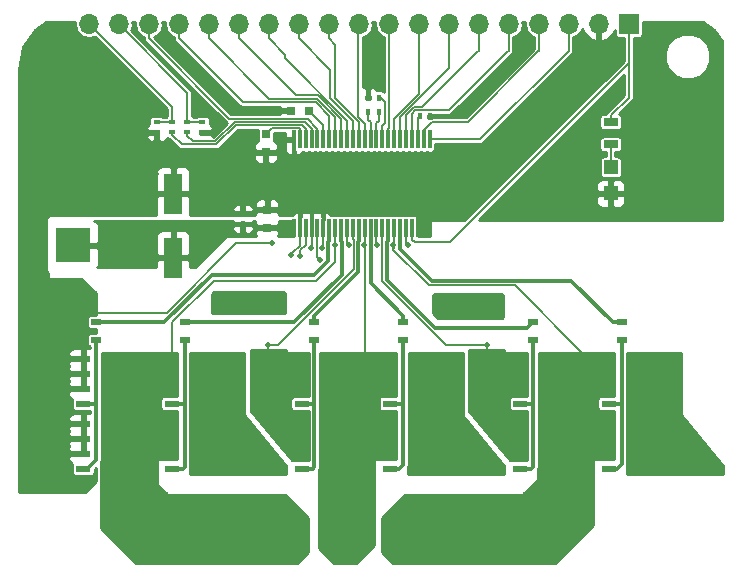
<source format=gtl>
G04 #@! TF.FileFunction,Copper,L1,Top,Signal*
%FSLAX46Y46*%
G04 Gerber Fmt 4.6, Leading zero omitted, Abs format (unit mm)*
G04 Created by KiCad (PCBNEW 4.0.7) date 04/04/18 16:23:25*
%MOMM*%
%LPD*%
G01*
G04 APERTURE LIST*
%ADD10C,0.100000*%
%ADD11C,0.500000*%
%ADD12R,2.500000X1.000000*%
%ADD13R,3.000000X3.000000*%
%ADD14C,3.000000*%
%ADD15R,1.270000X0.610000*%
%ADD16R,3.750000X3.910000*%
%ADD17R,0.600000X0.400000*%
%ADD18R,0.900000X0.500000*%
%ADD19R,0.400000X0.600000*%
%ADD20C,0.400000*%
%ADD21R,0.300000X1.550000*%
%ADD22R,4.420000X3.480000*%
%ADD23R,12.500000X5.100000*%
%ADD24R,1.700000X1.700000*%
%ADD25O,1.700000X1.700000*%
%ADD26R,1.600000X3.500000*%
%ADD27R,0.750000X0.800000*%
%ADD28R,0.800000X0.750000*%
%ADD29R,1.200000X1.200000*%
%ADD30R,1.300000X0.700000*%
%ADD31C,0.127000*%
%ADD32C,0.200000*%
%ADD33C,0.300000*%
%ADD34C,0.254000*%
G04 APERTURE END LIST*
D10*
D11*
X213000000Y-103000000D03*
X208000000Y-103000000D03*
X208000000Y-108000000D03*
X213000000Y-108000000D03*
X213000000Y-112000000D03*
X208000000Y-112000000D03*
X198000000Y-112000000D03*
X203000000Y-112000000D03*
X203000000Y-108000000D03*
X174600000Y-119300000D03*
X171000000Y-103500000D03*
X202000000Y-102000000D03*
X198000000Y-106000000D03*
X193000000Y-112000000D03*
X193000000Y-108000000D03*
X172000000Y-109000000D03*
X167000000Y-109000000D03*
X157000000Y-109000000D03*
X192700000Y-103800000D03*
X184950000Y-101200000D03*
X176700000Y-103600000D03*
X162000000Y-98000000D03*
X162000000Y-104000000D03*
X157000000Y-104000000D03*
X191900000Y-119900000D03*
X193100000Y-119300000D03*
X191900000Y-119300000D03*
X192500000Y-119300000D03*
X193100000Y-120500000D03*
X191900000Y-120500000D03*
X193100000Y-119900000D03*
X192500000Y-119900000D03*
X192500000Y-120500000D03*
X191300000Y-120500000D03*
X191300000Y-119900000D03*
X190700000Y-119300000D03*
X191300000Y-119300000D03*
X190700000Y-119900000D03*
X190700000Y-120500000D03*
X174600000Y-120500000D03*
X174000000Y-120500000D03*
X173400000Y-120500000D03*
X172800000Y-120500000D03*
X172200000Y-120500000D03*
X174600000Y-119900000D03*
X174000000Y-119900000D03*
X173400000Y-119900000D03*
X172800000Y-119900000D03*
X172200000Y-119900000D03*
X174000000Y-119300000D03*
X173400000Y-119300000D03*
X172800000Y-119300000D03*
X172200000Y-119300000D03*
D12*
X195000000Y-124500000D03*
X195000000Y-119600000D03*
X176500000Y-124500000D03*
X176500000Y-119600000D03*
D13*
X188080000Y-139500000D03*
D14*
X183000000Y-139500000D03*
X177920000Y-139500000D03*
D13*
X160000000Y-115000000D03*
D14*
X160000000Y-109920000D03*
D15*
X203170000Y-133905000D03*
X203170000Y-132635000D03*
X203170000Y-131365000D03*
X197830000Y-130095000D03*
X197830000Y-131365000D03*
X197830000Y-132635000D03*
X197830000Y-133905000D03*
X203170000Y-130095000D03*
D16*
X201160000Y-132000000D03*
D15*
X210670000Y-128405000D03*
X210670000Y-127135000D03*
X210670000Y-125865000D03*
X205330000Y-124595000D03*
X205330000Y-125865000D03*
X205330000Y-127135000D03*
X205330000Y-128405000D03*
X210670000Y-124595000D03*
D16*
X208660000Y-126500000D03*
D15*
X203170000Y-128405000D03*
X203170000Y-127135000D03*
X203170000Y-125865000D03*
X197830000Y-124595000D03*
X197830000Y-125865000D03*
X197830000Y-127135000D03*
X197830000Y-128405000D03*
X203170000Y-124595000D03*
D16*
X201160000Y-126500000D03*
D15*
X192170000Y-133905000D03*
X192170000Y-132635000D03*
X192170000Y-131365000D03*
X186830000Y-130095000D03*
X186830000Y-131365000D03*
X186830000Y-132635000D03*
X186830000Y-133905000D03*
X192170000Y-130095000D03*
D16*
X190160000Y-132000000D03*
D15*
X184670000Y-133905000D03*
X184670000Y-132635000D03*
X184670000Y-131365000D03*
X179330000Y-130095000D03*
X179330000Y-131365000D03*
X179330000Y-132635000D03*
X179330000Y-133905000D03*
X184670000Y-130095000D03*
D16*
X182660000Y-132000000D03*
D15*
X192170000Y-128405000D03*
X192170000Y-127135000D03*
X192170000Y-125865000D03*
X186830000Y-124595000D03*
X186830000Y-125865000D03*
X186830000Y-127135000D03*
X186830000Y-128405000D03*
X192170000Y-124595000D03*
D16*
X190160000Y-126500000D03*
D15*
X184670000Y-128405000D03*
X184670000Y-127135000D03*
X184670000Y-125865000D03*
X179330000Y-124595000D03*
X179330000Y-125865000D03*
X179330000Y-127135000D03*
X179330000Y-128405000D03*
X184670000Y-124595000D03*
D16*
X182660000Y-126500000D03*
D15*
X173670000Y-133905000D03*
X173670000Y-132635000D03*
X173670000Y-131365000D03*
X168330000Y-130095000D03*
X168330000Y-131365000D03*
X168330000Y-132635000D03*
X168330000Y-133905000D03*
X173670000Y-130095000D03*
D16*
X171660000Y-132000000D03*
D15*
X166170000Y-133905000D03*
X166170000Y-132635000D03*
X166170000Y-131365000D03*
X160830000Y-130095000D03*
X160830000Y-131365000D03*
X160830000Y-132635000D03*
X160830000Y-133905000D03*
X166170000Y-130095000D03*
D16*
X164160000Y-132000000D03*
D15*
X173670000Y-128405000D03*
X173670000Y-127135000D03*
X173670000Y-125865000D03*
X168330000Y-124595000D03*
X168330000Y-125865000D03*
X168330000Y-127135000D03*
X168330000Y-128405000D03*
X173670000Y-124595000D03*
D16*
X171660000Y-126500000D03*
D15*
X166170000Y-128405000D03*
X166170000Y-127135000D03*
X166170000Y-125865000D03*
X160830000Y-124595000D03*
X160830000Y-125865000D03*
X160830000Y-127135000D03*
X160830000Y-128405000D03*
X166170000Y-124595000D03*
D16*
X164160000Y-126500000D03*
D15*
X210670000Y-133905000D03*
X210670000Y-132635000D03*
X210670000Y-131365000D03*
X205330000Y-130095000D03*
X205330000Y-131365000D03*
X205330000Y-132635000D03*
X205330000Y-133905000D03*
X210670000Y-130095000D03*
D16*
X208660000Y-132000000D03*
D17*
X170900000Y-105442000D03*
X170900000Y-104542000D03*
X167048000Y-105442000D03*
X167048000Y-104542000D03*
X168348000Y-104542000D03*
X168348000Y-105442000D03*
X169648000Y-104542000D03*
X169648000Y-105442000D03*
D18*
X206400000Y-121500000D03*
X206400000Y-123000000D03*
X198900000Y-121500000D03*
X198900000Y-123000000D03*
X187900000Y-121500000D03*
X187900000Y-123000000D03*
X180400000Y-121500000D03*
X180400000Y-123000000D03*
X169400000Y-121500000D03*
X169400000Y-123000000D03*
X161900000Y-121500000D03*
X161900000Y-123000000D03*
D11*
X175500000Y-131750000D03*
X175000000Y-131250000D03*
X175500000Y-131250000D03*
X175000000Y-130750000D03*
X175000000Y-131750000D03*
X175000000Y-132250000D03*
X175500000Y-132250000D03*
X175000000Y-132750000D03*
X175500000Y-132750000D03*
X176000000Y-131750000D03*
X176000000Y-132250000D03*
X176500000Y-132250000D03*
X175000000Y-134250000D03*
X175000000Y-133250000D03*
X175500000Y-133250000D03*
X175000000Y-133750000D03*
X175500000Y-133750000D03*
X175500000Y-134250000D03*
X177000000Y-134250000D03*
X177000000Y-133750000D03*
X177500000Y-133750000D03*
X177500000Y-134250000D03*
X176000000Y-132750000D03*
X176500000Y-132750000D03*
X176000000Y-133250000D03*
X176500000Y-133250000D03*
X177000000Y-133250000D03*
X176000000Y-133750000D03*
X176500000Y-133750000D03*
X176000000Y-134250000D03*
X176500000Y-134250000D03*
X194000000Y-133250000D03*
X193500000Y-133250000D03*
X194000000Y-132750000D03*
X193500000Y-132750000D03*
X194500000Y-133250000D03*
X195000000Y-133250000D03*
X194500000Y-132750000D03*
X195000000Y-132750000D03*
X195000000Y-132250000D03*
X195500000Y-133250000D03*
X194500000Y-132250000D03*
X194000000Y-134250000D03*
X194000000Y-133750000D03*
X193500000Y-133750000D03*
X193500000Y-134250000D03*
X194500000Y-134250000D03*
X195000000Y-133750000D03*
X194500000Y-133750000D03*
X195500000Y-133750000D03*
X196000000Y-133750000D03*
X195000000Y-134250000D03*
X195500000Y-134250000D03*
X196000000Y-134250000D03*
X193500000Y-131750000D03*
X193500000Y-132250000D03*
X194000000Y-132250000D03*
X193500000Y-130750000D03*
X194500000Y-131750000D03*
X193500000Y-131250000D03*
X194000000Y-131250000D03*
X194000000Y-131750000D03*
X212000000Y-134250000D03*
X212500000Y-134250000D03*
X212000000Y-133750000D03*
X212500000Y-133750000D03*
X213500000Y-134250000D03*
X213000000Y-133750000D03*
X213500000Y-133750000D03*
X213000000Y-134250000D03*
X214000000Y-133750000D03*
X214000000Y-133250000D03*
X213500000Y-133250000D03*
X214500000Y-133750000D03*
X214500000Y-134250000D03*
X214000000Y-134250000D03*
X213000000Y-132250000D03*
X213000000Y-132750000D03*
X213500000Y-132250000D03*
X213500000Y-132750000D03*
X212000000Y-133250000D03*
X213000000Y-133250000D03*
X212500000Y-133250000D03*
X212500000Y-132750000D03*
X212000000Y-132750000D03*
X212000000Y-132250000D03*
X212500000Y-132250000D03*
X213000000Y-131750000D03*
X212500000Y-131250000D03*
X212500000Y-131750000D03*
X212000000Y-131750000D03*
X212000000Y-130750000D03*
X212000000Y-131250000D03*
D19*
X185850000Y-103750000D03*
X184950000Y-103750000D03*
X190200000Y-104050000D03*
X189300000Y-104050000D03*
D17*
X174350000Y-113200000D03*
X174350000Y-112300000D03*
D20*
X186354000Y-109136000D03*
X187654000Y-111736000D03*
X187654000Y-110436000D03*
X187654000Y-109136000D03*
X187654000Y-107836000D03*
X188954000Y-111736000D03*
X188954000Y-110436000D03*
X188954000Y-109136000D03*
X188954000Y-107836000D03*
X190254000Y-107836000D03*
X190254000Y-109136000D03*
X190254000Y-110436000D03*
X190254000Y-111736000D03*
D21*
X183654000Y-106036000D03*
X184154000Y-106036000D03*
X189654000Y-106036000D03*
X189154000Y-106036000D03*
X188654000Y-106036000D03*
X188154000Y-106036000D03*
X187654000Y-106036000D03*
X187154000Y-106036000D03*
X186654000Y-106036000D03*
X186154000Y-106036000D03*
X185654000Y-106036000D03*
X185154000Y-106036000D03*
X184654000Y-106036000D03*
X190154000Y-106036000D03*
D22*
X184404000Y-109786000D03*
D21*
X183154000Y-106036000D03*
X182654000Y-106036000D03*
X182154000Y-106036000D03*
X181654000Y-106036000D03*
X181154000Y-106036000D03*
X180654000Y-106036000D03*
X180154000Y-106036000D03*
X179654000Y-106036000D03*
X179154000Y-106036000D03*
X178654000Y-106036000D03*
X178654000Y-113536000D03*
X179154000Y-113536000D03*
X179654000Y-113536000D03*
X180154000Y-113536000D03*
X180654000Y-113536000D03*
X181154000Y-113536000D03*
X181654000Y-113536000D03*
X182154000Y-113536000D03*
X182654000Y-113536000D03*
X183154000Y-113536000D03*
X183654000Y-113536000D03*
X184154000Y-113536000D03*
X184654000Y-113536000D03*
X185154000Y-113536000D03*
X185654000Y-113536000D03*
X186154000Y-113536000D03*
X186654000Y-113536000D03*
X187154000Y-113536000D03*
X187654000Y-113536000D03*
X188154000Y-113536000D03*
X188654000Y-113536000D03*
X189154000Y-113536000D03*
X189654000Y-113536000D03*
X190154000Y-113536000D03*
D23*
X184404000Y-109786000D03*
D20*
X186354000Y-110436000D03*
X186354000Y-107836000D03*
X186354000Y-111736000D03*
X185054000Y-111736000D03*
X183754000Y-111736000D03*
X182454000Y-111736000D03*
X181154000Y-111736000D03*
X179854000Y-111736000D03*
X178554000Y-111736000D03*
X178554000Y-110436000D03*
X178554000Y-109136000D03*
X178554000Y-107836000D03*
X179854000Y-107836000D03*
X179854000Y-109136000D03*
X179854000Y-110436000D03*
X181154000Y-110436000D03*
X181154000Y-109136000D03*
X181154000Y-107836000D03*
X182454000Y-107836000D03*
X182454000Y-109136000D03*
X182454000Y-110436000D03*
X183754000Y-110436000D03*
X183754000Y-109136000D03*
X183754000Y-107836000D03*
X185054000Y-107836000D03*
X185054000Y-109136000D03*
X185054000Y-110436000D03*
D19*
X185850000Y-102500000D03*
X184950000Y-102500000D03*
D24*
X207010000Y-96266000D03*
D25*
X204470000Y-96266000D03*
X201930000Y-96266000D03*
X199390000Y-96266000D03*
X196850000Y-96266000D03*
X194310000Y-96266000D03*
X191770000Y-96266000D03*
X189230000Y-96266000D03*
X186690000Y-96266000D03*
X184150000Y-96266000D03*
X181610000Y-96266000D03*
X179070000Y-96266000D03*
X176530000Y-96266000D03*
X173990000Y-96266000D03*
X171450000Y-96266000D03*
X168910000Y-96266000D03*
X166370000Y-96266000D03*
X163830000Y-96266000D03*
X161290000Y-96266000D03*
D26*
X168450000Y-116050000D03*
X168450000Y-110650000D03*
D27*
X176400000Y-112000000D03*
X176400000Y-113500000D03*
D28*
X178450000Y-103600000D03*
X179950000Y-103600000D03*
D27*
X176300000Y-107100000D03*
X176300000Y-105600000D03*
D29*
X205500000Y-108400000D03*
X205500000Y-110600000D03*
D30*
X205500000Y-106450000D03*
X205500000Y-104550000D03*
D11*
X195000000Y-121000000D03*
X181045988Y-115249662D03*
X178400000Y-115800008D03*
X176800000Y-114800000D03*
X180100000Y-115250000D03*
X176500000Y-120600000D03*
X188300004Y-115000000D03*
X187045988Y-114999998D03*
X185700000Y-115000000D03*
X184600002Y-115000000D03*
X183291977Y-115000000D03*
X182099996Y-115000000D03*
X180900000Y-116200000D03*
X195000000Y-123400000D03*
X179200000Y-115900000D03*
X176500000Y-123400000D03*
D31*
X189154000Y-104196000D02*
X189300000Y-104050000D01*
X189154000Y-106036000D02*
X189154000Y-104196000D01*
X160830000Y-124595000D02*
X160830000Y-121270000D01*
X160830000Y-121270000D02*
X161400000Y-120700000D01*
X161400000Y-120700000D02*
X167900000Y-120700000D01*
X167900000Y-120700000D02*
X173800000Y-114800000D01*
X173800000Y-114800000D02*
X176800000Y-114800000D01*
X189154000Y-113536000D02*
X189654000Y-113536000D01*
X195000000Y-119600000D02*
X195000000Y-121000000D01*
X181154000Y-113536000D02*
X181154000Y-115141650D01*
X181154000Y-115141650D02*
X181045988Y-115249662D01*
X178599999Y-115600009D02*
X178400000Y-115800008D01*
X179154000Y-115046008D02*
X178599999Y-115600009D01*
X179154000Y-113536000D02*
X179154000Y-115046008D01*
X180154000Y-113536000D02*
X180154000Y-115196000D01*
X180154000Y-115196000D02*
X180100000Y-115250000D01*
X176500000Y-119600000D02*
X176500000Y-120600000D01*
X185154000Y-106036000D02*
X185154000Y-104577882D01*
X185154000Y-104577882D02*
X184950000Y-104373882D01*
X184950000Y-104373882D02*
X184950000Y-103750000D01*
X185654000Y-106036000D02*
X185654000Y-104646000D01*
X185850000Y-104450000D02*
X185850000Y-103750000D01*
X185654000Y-104646000D02*
X185850000Y-104450000D01*
X181154000Y-106036000D02*
X181154000Y-104779000D01*
X181154000Y-104779000D02*
X179975000Y-103600000D01*
X179975000Y-103600000D02*
X179950000Y-103600000D01*
X179154000Y-106036000D02*
X179154000Y-105134000D01*
X179154000Y-105134000D02*
X179090499Y-105070499D01*
X179090499Y-105070499D02*
X176804501Y-105070499D01*
X176804501Y-105070499D02*
X176300000Y-105575000D01*
X176300000Y-105575000D02*
X176300000Y-105600000D01*
X186400000Y-104628858D02*
X186400000Y-102850000D01*
X186154000Y-106036000D02*
X186154000Y-104874858D01*
X186154000Y-104874858D02*
X186400000Y-104628858D01*
X186050000Y-102500000D02*
X185850000Y-102500000D01*
X186400000Y-102850000D02*
X186050000Y-102500000D01*
X173670000Y-133905000D02*
X174432000Y-133905000D01*
X174432000Y-133905000D02*
X174609499Y-134082499D01*
X174609499Y-134082499D02*
X174609499Y-134062559D01*
X188154000Y-113536000D02*
X188154000Y-114853996D01*
X188154000Y-114853996D02*
X188300004Y-115000000D01*
X203170000Y-124595000D02*
X203170000Y-124163000D01*
X203170000Y-124163000D02*
X197407000Y-118400000D01*
X197407000Y-118400000D02*
X190092437Y-118400000D01*
X190092437Y-118400000D02*
X187045988Y-115353551D01*
X187045988Y-115353551D02*
X187045988Y-114999998D01*
X187150000Y-115232842D02*
X187150000Y-115104010D01*
X187154000Y-113536000D02*
X187154000Y-114891986D01*
X187154000Y-114891986D02*
X187045988Y-114999998D01*
X187150000Y-115104010D02*
X187045988Y-114999998D01*
X203170000Y-124595000D02*
X203170000Y-124170000D01*
X185654000Y-114954000D02*
X185700000Y-115000000D01*
X185654000Y-113536000D02*
X185654000Y-114954000D01*
X184654000Y-114946002D02*
X184600002Y-115000000D01*
X184654000Y-113536000D02*
X184654000Y-114946002D01*
X184630002Y-114970000D02*
X184600002Y-115000000D01*
X184670000Y-114970000D02*
X184630002Y-114970000D01*
X184670000Y-115069998D02*
X184600002Y-115000000D01*
X184670000Y-124595000D02*
X184670000Y-115069998D01*
X183154000Y-113536000D02*
X183154000Y-114862023D01*
X183154000Y-114862023D02*
X183291977Y-115000000D01*
X168330000Y-124595000D02*
X168330000Y-121527098D01*
X168330000Y-121527098D02*
X171857098Y-118000000D01*
X182099996Y-115353553D02*
X182099996Y-115000000D01*
X171857098Y-118000000D02*
X180500000Y-118000000D01*
X180500000Y-118000000D02*
X182099996Y-116400004D01*
X182099996Y-116400004D02*
X182099996Y-115353553D01*
X182154000Y-113536000D02*
X182154000Y-114945996D01*
X182150006Y-115257842D02*
X182150006Y-115050010D01*
X182150006Y-115050010D02*
X182099996Y-115000000D01*
X182154000Y-114945996D02*
X182099996Y-115000000D01*
X166170000Y-124163000D02*
X166170000Y-124595000D01*
X194646447Y-123400000D02*
X195000000Y-123400000D01*
X186154000Y-113536000D02*
X186154000Y-118054000D01*
X191500000Y-123400000D02*
X194646447Y-123400000D01*
X186154000Y-118054000D02*
X191500000Y-123400000D01*
X180650001Y-115950001D02*
X180900000Y-116200000D01*
X180654000Y-114438000D02*
X180605486Y-114486514D01*
X180605486Y-114486514D02*
X180605486Y-115905486D01*
X180654000Y-113536000D02*
X180654000Y-114438000D01*
X180605486Y-115905486D02*
X180650001Y-115950001D01*
X195000000Y-124500000D02*
X195000000Y-123400000D01*
X183732487Y-116967513D02*
X177300000Y-123400000D01*
X183732487Y-114516487D02*
X183732487Y-116967513D01*
X177300000Y-123400000D02*
X176853553Y-123400000D01*
X183654000Y-114438000D02*
X183732487Y-114516487D01*
X176853553Y-123400000D02*
X176500000Y-123400000D01*
X183654000Y-113536000D02*
X183654000Y-114438000D01*
X179654000Y-113536000D02*
X179654000Y-114946000D01*
X179654000Y-114946000D02*
X179200000Y-115400000D01*
X179200000Y-115400000D02*
X179200000Y-115900000D01*
X176500000Y-124500000D02*
X176500000Y-123400000D01*
X169648000Y-104542000D02*
X169648000Y-102084000D01*
X169648000Y-102084000D02*
X163830000Y-96266000D01*
X170900000Y-104542000D02*
X169648000Y-104542000D01*
X168348000Y-104542000D02*
X168348000Y-103324000D01*
X168348000Y-103324000D02*
X161290000Y-96266000D01*
X167048000Y-104542000D02*
X167475000Y-104542000D01*
X167475000Y-104542000D02*
X168348000Y-104542000D01*
D32*
X205500000Y-104550000D02*
X205500000Y-104000000D01*
X205500000Y-104000000D02*
X207010000Y-102490000D01*
X207010000Y-102490000D02*
X207010000Y-99570000D01*
X188654000Y-113536000D02*
X188654000Y-114511000D01*
X188654000Y-114511000D02*
X188881962Y-114738962D01*
X188881962Y-114738962D02*
X191841038Y-114738962D01*
X191841038Y-114738962D02*
X207010000Y-99570000D01*
X207010000Y-99570000D02*
X207010000Y-97480000D01*
X207010000Y-97480000D02*
X207010000Y-96266000D01*
D31*
X184154000Y-106036000D02*
X184154000Y-104589048D01*
X184154000Y-104589048D02*
X182130000Y-102565048D01*
X182130000Y-102565048D02*
X182130000Y-98000000D01*
X181610000Y-97480000D02*
X181610000Y-96266000D01*
X182130000Y-98000000D02*
X181610000Y-97480000D01*
X183654000Y-106036000D02*
X183654000Y-104448272D01*
X183654000Y-104448272D02*
X181740501Y-102534773D01*
X179070000Y-97480000D02*
X179070000Y-96266000D01*
X181740501Y-102534773D02*
X181740501Y-100150501D01*
X181740501Y-100150501D02*
X179070000Y-97480000D01*
X183154000Y-106036000D02*
X183154000Y-104433426D01*
X183154000Y-104433426D02*
X177899999Y-99179425D01*
X177899999Y-99179425D02*
X177899999Y-98849999D01*
X177899999Y-98849999D02*
X176530000Y-97480000D01*
X176530000Y-97480000D02*
X176530000Y-96266000D01*
X182654000Y-106036000D02*
X182654000Y-104292650D01*
X173990000Y-97480000D02*
X173990000Y-96266000D01*
X182654000Y-104292650D02*
X180661350Y-102300000D01*
X180661350Y-102300000D02*
X178810000Y-102300000D01*
X178810000Y-102300000D02*
X173990000Y-97480000D01*
X182154000Y-106036000D02*
X182154000Y-104151874D01*
X182154000Y-104151874D02*
X180602126Y-102600000D01*
X180602126Y-102600000D02*
X176570000Y-102600000D01*
X176570000Y-102600000D02*
X171450000Y-97480000D01*
X171450000Y-97480000D02*
X171450000Y-96266000D01*
X181654000Y-106036000D02*
X181654000Y-104011098D01*
X181654000Y-104011098D02*
X180542902Y-102900000D01*
X174330000Y-102900000D02*
X168910000Y-97480000D01*
X180542902Y-102900000D02*
X174330000Y-102900000D01*
X168910000Y-97480000D02*
X168910000Y-96266000D01*
X201930000Y-97790000D02*
X201930000Y-96266000D01*
X190154000Y-106036000D02*
X194414000Y-106036000D01*
X194414000Y-106036000D02*
X201930000Y-98520000D01*
X201930000Y-98520000D02*
X201930000Y-97790000D01*
X189654000Y-106036000D02*
X189654000Y-105268098D01*
X199390000Y-98552000D02*
X199390000Y-96266000D01*
X189654000Y-105268098D02*
X190381597Y-104540501D01*
X190381597Y-104540501D02*
X193369499Y-104540501D01*
X199358000Y-98552000D02*
X199390000Y-98552000D01*
X193369499Y-104540501D02*
X199358000Y-98552000D01*
X186654000Y-106036000D02*
X186654000Y-105134000D01*
X186654000Y-105134000D02*
X186690000Y-105098000D01*
X186690000Y-105098000D02*
X186690000Y-97480000D01*
X186690000Y-97480000D02*
X186690000Y-96266000D01*
X184654000Y-106036000D02*
X184654000Y-104729824D01*
X184654000Y-104729824D02*
X184100000Y-104175824D01*
X184100000Y-104175824D02*
X184100000Y-96600000D01*
X184100000Y-96600000D02*
X184150000Y-96550000D01*
X184150000Y-96550000D02*
X184150000Y-96266000D01*
X180654000Y-106036000D02*
X180654000Y-105134000D01*
X180654000Y-105134000D02*
X179820000Y-104300000D01*
X179820000Y-104300000D02*
X173190000Y-104300000D01*
X173190000Y-104300000D02*
X166370000Y-97480000D01*
X166370000Y-97480000D02*
X166370000Y-96266000D01*
X188654000Y-106036000D02*
X188654000Y-103853098D01*
X188654000Y-103853098D02*
X188947599Y-103559499D01*
X188947599Y-103559499D02*
X191810501Y-103559499D01*
X191810501Y-103559499D02*
X196818000Y-98552000D01*
X196818000Y-98552000D02*
X196850000Y-98552000D01*
X196850000Y-98552000D02*
X196850000Y-96266000D01*
X188154000Y-106036000D02*
X188154000Y-103993874D01*
X188154000Y-103993874D02*
X188842385Y-103305489D01*
X188842385Y-103305489D02*
X189524511Y-103305489D01*
X189524511Y-103305489D02*
X194278000Y-98552000D01*
X194278000Y-98552000D02*
X194310000Y-98552000D01*
X194310000Y-98552000D02*
X194310000Y-96266000D01*
X187654000Y-106036000D02*
X187654000Y-104134650D01*
X187654000Y-104134650D02*
X191770000Y-100018650D01*
X191770000Y-100018650D02*
X191770000Y-97480000D01*
X191770000Y-97480000D02*
X191770000Y-96266000D01*
X187154000Y-106036000D02*
X187154000Y-104275426D01*
X187154000Y-104275426D02*
X189230000Y-102199426D01*
X189230000Y-102199426D02*
X189230000Y-96266000D01*
D33*
X206400000Y-121500000D02*
X205650000Y-121500000D01*
X205650000Y-121500000D02*
X202150000Y-118000000D01*
X190320036Y-118000000D02*
X187654000Y-115333964D01*
X202150000Y-118000000D02*
X190320036Y-118000000D01*
X187654000Y-115333964D02*
X187654000Y-114666036D01*
X187654000Y-114666036D02*
X187654000Y-114250000D01*
X187654000Y-114611000D02*
X187654000Y-114250000D01*
X187654000Y-114250000D02*
X187654000Y-113536000D01*
X198900000Y-121500000D02*
X198400000Y-122000000D01*
X198400000Y-122000000D02*
X190600000Y-122000000D01*
X186654000Y-114611000D02*
X186654000Y-113536000D01*
X190600000Y-122000000D02*
X186518987Y-117918987D01*
X186518987Y-117918987D02*
X186518987Y-114747037D01*
X186518987Y-114747037D02*
X186654000Y-114612024D01*
X186654000Y-114612024D02*
X186654000Y-114611000D01*
X185154000Y-114611000D02*
X185154000Y-113536000D01*
X187900000Y-120950000D02*
X185154000Y-118204000D01*
X185154000Y-118204000D02*
X185154000Y-114611000D01*
X187900000Y-121500000D02*
X187900000Y-120950000D01*
X184072998Y-117277002D02*
X180400000Y-120950000D01*
X180400000Y-120950000D02*
X180400000Y-121500000D01*
X184072998Y-114747038D02*
X184072998Y-117277002D01*
X184154000Y-113536000D02*
X184154000Y-114666036D01*
X184154000Y-114666036D02*
X184072998Y-114747038D01*
X182654000Y-114611000D02*
X182654000Y-113536000D01*
X182654000Y-114674032D02*
X182654000Y-114611000D01*
X182727006Y-114747038D02*
X182654000Y-114674032D01*
X178700000Y-121500000D02*
X182727006Y-117472994D01*
X182727006Y-117472994D02*
X182727006Y-114747038D01*
X169400000Y-121500000D02*
X178700000Y-121500000D01*
X161900000Y-121500000D02*
X167700000Y-121500000D01*
X180400000Y-117500000D02*
X181572994Y-116327006D01*
X167700000Y-121500000D02*
X171700000Y-117500000D01*
X171700000Y-117500000D02*
X180400000Y-117500000D01*
X181572994Y-116327006D02*
X181572994Y-114692006D01*
X181572994Y-114692006D02*
X181654000Y-114611000D01*
X181654000Y-114611000D02*
X181654000Y-113536000D01*
D31*
X179654000Y-106036000D02*
X179654000Y-105134000D01*
X179654000Y-105134000D02*
X179336489Y-104816489D01*
X179336489Y-104816489D02*
X173742735Y-104816489D01*
X168348000Y-105648000D02*
X168348000Y-105442000D01*
X173742735Y-104816489D02*
X172105214Y-106454010D01*
X172105214Y-106454010D02*
X169154010Y-106454010D01*
X169154010Y-106454010D02*
X168348000Y-105648000D01*
X180154000Y-106036000D02*
X180154000Y-105134000D01*
X180154000Y-105134000D02*
X179582479Y-104562479D01*
X170079000Y-106200000D02*
X169648000Y-105769000D01*
X179582479Y-104562479D02*
X173637521Y-104562479D01*
X173637521Y-104562479D02*
X172000000Y-106200000D01*
X172000000Y-106200000D02*
X170079000Y-106200000D01*
X169648000Y-105769000D02*
X169648000Y-105442000D01*
D33*
X206400000Y-133500000D02*
X206400000Y-128000000D01*
X206400000Y-128000000D02*
X206400000Y-123550000D01*
X205330000Y-128405000D02*
X206265000Y-128405000D01*
X206265000Y-128405000D02*
X206400000Y-128270000D01*
X206400000Y-128270000D02*
X206400000Y-128000000D01*
X205330000Y-133905000D02*
X205995000Y-133905000D01*
X205995000Y-133905000D02*
X206400000Y-133500000D01*
X206400000Y-123550000D02*
X206400000Y-123000000D01*
X198900000Y-133770000D02*
X198900000Y-128000000D01*
X198900000Y-128000000D02*
X198900000Y-123000000D01*
X197830000Y-128405000D02*
X198765000Y-128405000D01*
X198900000Y-128270000D02*
X198900000Y-128000000D01*
X198765000Y-128405000D02*
X198900000Y-128270000D01*
X197830000Y-133905000D02*
X198765000Y-133905000D01*
X198765000Y-133905000D02*
X198900000Y-133770000D01*
X186830000Y-133905000D02*
X187595000Y-133905000D01*
X187595000Y-133905000D02*
X187900000Y-133600000D01*
X187900000Y-133600000D02*
X187900000Y-128000000D01*
X187900000Y-128000000D02*
X187900000Y-123550000D01*
X186830000Y-128405000D02*
X187765000Y-128405000D01*
X187900000Y-128270000D02*
X187900000Y-128000000D01*
X187765000Y-128405000D02*
X187900000Y-128270000D01*
X187900000Y-123550000D02*
X187900000Y-123000000D01*
X180400000Y-133770000D02*
X180400000Y-128100000D01*
X180400000Y-128100000D02*
X180400000Y-123550000D01*
X179330000Y-128405000D02*
X180265000Y-128405000D01*
X180265000Y-128405000D02*
X180400000Y-128270000D01*
X180400000Y-128270000D02*
X180400000Y-128100000D01*
X179330000Y-133905000D02*
X180265000Y-133905000D01*
X180265000Y-133905000D02*
X180400000Y-133770000D01*
X180400000Y-123550000D02*
X180400000Y-123000000D01*
X169400000Y-133770000D02*
X169400000Y-128200000D01*
X169400000Y-128200000D02*
X169400000Y-123000000D01*
X168330000Y-128405000D02*
X169265000Y-128405000D01*
X169265000Y-128405000D02*
X169400000Y-128270000D01*
X169400000Y-128270000D02*
X169400000Y-128200000D01*
X168330000Y-133905000D02*
X169265000Y-133905000D01*
X169265000Y-133905000D02*
X169400000Y-133770000D01*
X161900000Y-133165000D02*
X161900000Y-128200000D01*
X161900000Y-128200000D02*
X161900000Y-123550000D01*
X160830000Y-128405000D02*
X161765000Y-128405000D01*
X161765000Y-128405000D02*
X161900000Y-128270000D01*
X161900000Y-128270000D02*
X161900000Y-128200000D01*
X160830000Y-133905000D02*
X161160000Y-133905000D01*
X161160000Y-133905000D02*
X161900000Y-133165000D01*
X161900000Y-123550000D02*
X161900000Y-123000000D01*
D31*
X205500000Y-108400000D02*
X205500000Y-107673000D01*
X205500000Y-107673000D02*
X205500000Y-106450000D01*
D34*
G36*
X174473000Y-129400000D02*
X174483006Y-129449410D01*
X174502436Y-129481303D01*
X177973000Y-133645980D01*
X177973000Y-134373000D01*
X169827000Y-134373000D01*
X169827000Y-133973030D01*
X169840691Y-133952540D01*
X169877000Y-133770000D01*
X169877000Y-124127000D01*
X174473000Y-124127000D01*
X174473000Y-129400000D01*
X174473000Y-129400000D01*
G37*
X174473000Y-129400000D02*
X174483006Y-129449410D01*
X174502436Y-129481303D01*
X177973000Y-133645980D01*
X177973000Y-134373000D01*
X169827000Y-134373000D01*
X169827000Y-133973030D01*
X169840691Y-133952540D01*
X169877000Y-133770000D01*
X169877000Y-124127000D01*
X174473000Y-124127000D01*
X174473000Y-129400000D01*
G36*
X177973000Y-124000000D02*
X177983006Y-124049410D01*
X178011447Y-124091035D01*
X178053841Y-124118315D01*
X178100000Y-124127000D01*
X179923000Y-124127000D01*
X179923000Y-127766594D01*
X178695000Y-127766594D01*
X178573821Y-127789395D01*
X178462526Y-127861012D01*
X178387862Y-127970286D01*
X178361594Y-128100000D01*
X178361594Y-128710000D01*
X178384395Y-128831179D01*
X178456012Y-128942474D01*
X178565286Y-129017138D01*
X178695000Y-129043406D01*
X179923000Y-129043406D01*
X179923000Y-133173000D01*
X178459483Y-133173000D01*
X175027000Y-129054020D01*
X175027000Y-123827000D01*
X177973000Y-123827000D01*
X177973000Y-124000000D01*
X177973000Y-124000000D01*
G37*
X177973000Y-124000000D02*
X177983006Y-124049410D01*
X178011447Y-124091035D01*
X178053841Y-124118315D01*
X178100000Y-124127000D01*
X179923000Y-124127000D01*
X179923000Y-127766594D01*
X178695000Y-127766594D01*
X178573821Y-127789395D01*
X178462526Y-127861012D01*
X178387862Y-127970286D01*
X178361594Y-128100000D01*
X178361594Y-128710000D01*
X178384395Y-128831179D01*
X178456012Y-128942474D01*
X178565286Y-129017138D01*
X178695000Y-129043406D01*
X179923000Y-129043406D01*
X179923000Y-133173000D01*
X178459483Y-133173000D01*
X175027000Y-129054020D01*
X175027000Y-123827000D01*
X177973000Y-123827000D01*
X177973000Y-124000000D01*
G36*
X192973000Y-129400000D02*
X192983006Y-129449410D01*
X193002436Y-129481303D01*
X196473000Y-133645980D01*
X196473000Y-134373000D01*
X188327000Y-134373000D01*
X188327000Y-133803030D01*
X188340691Y-133782540D01*
X188377000Y-133600000D01*
X188377000Y-124127000D01*
X192973000Y-124127000D01*
X192973000Y-129400000D01*
X192973000Y-129400000D01*
G37*
X192973000Y-129400000D02*
X192983006Y-129449410D01*
X193002436Y-129481303D01*
X196473000Y-133645980D01*
X196473000Y-134373000D01*
X188327000Y-134373000D01*
X188327000Y-133803030D01*
X188340691Y-133782540D01*
X188377000Y-133600000D01*
X188377000Y-124127000D01*
X192973000Y-124127000D01*
X192973000Y-129400000D01*
G36*
X196473000Y-124000000D02*
X196483006Y-124049410D01*
X196511447Y-124091035D01*
X196553841Y-124118315D01*
X196600000Y-124127000D01*
X198423000Y-124127000D01*
X198423000Y-127766594D01*
X197195000Y-127766594D01*
X197073821Y-127789395D01*
X196962526Y-127861012D01*
X196887862Y-127970286D01*
X196861594Y-128100000D01*
X196861594Y-128710000D01*
X196884395Y-128831179D01*
X196956012Y-128942474D01*
X197065286Y-129017138D01*
X197195000Y-129043406D01*
X198423000Y-129043406D01*
X198423000Y-133173000D01*
X196959483Y-133173000D01*
X193527000Y-129054020D01*
X193527000Y-123827000D01*
X196473000Y-123827000D01*
X196473000Y-124000000D01*
X196473000Y-124000000D01*
G37*
X196473000Y-124000000D02*
X196483006Y-124049410D01*
X196511447Y-124091035D01*
X196553841Y-124118315D01*
X196600000Y-124127000D01*
X198423000Y-124127000D01*
X198423000Y-127766594D01*
X197195000Y-127766594D01*
X197073821Y-127789395D01*
X196962526Y-127861012D01*
X196887862Y-127970286D01*
X196861594Y-128100000D01*
X196861594Y-128710000D01*
X196884395Y-128831179D01*
X196956012Y-128942474D01*
X197065286Y-129017138D01*
X197195000Y-129043406D01*
X198423000Y-129043406D01*
X198423000Y-133173000D01*
X196959483Y-133173000D01*
X193527000Y-129054020D01*
X193527000Y-123827000D01*
X196473000Y-123827000D01*
X196473000Y-124000000D01*
G36*
X168773000Y-127766594D02*
X167695000Y-127766594D01*
X167660954Y-127773000D01*
X167500000Y-127773000D01*
X167450590Y-127783006D01*
X167408965Y-127811447D01*
X167381685Y-127853841D01*
X167373000Y-127900000D01*
X167373000Y-128043676D01*
X167361594Y-128100000D01*
X167361594Y-128710000D01*
X167373000Y-128770619D01*
X167373000Y-128900000D01*
X167383006Y-128949410D01*
X167411447Y-128991035D01*
X167453841Y-129018315D01*
X167500000Y-129027000D01*
X167613986Y-129027000D01*
X167695000Y-129043406D01*
X168773000Y-129043406D01*
X168773000Y-133073000D01*
X167200000Y-133073000D01*
X167150590Y-133083006D01*
X167108965Y-133111447D01*
X167081685Y-133153841D01*
X167073000Y-133200000D01*
X167073000Y-135200000D01*
X167083006Y-135249410D01*
X167110197Y-135289803D01*
X167910197Y-136089803D01*
X167952211Y-136117666D01*
X168000000Y-136127000D01*
X177947394Y-136127000D01*
X179873000Y-138052606D01*
X179873000Y-140947394D01*
X178947394Y-141873000D01*
X165252606Y-141873000D01*
X162327000Y-138947394D01*
X162327000Y-133368030D01*
X162340691Y-133347540D01*
X162377000Y-133165000D01*
X162377000Y-124127000D01*
X168773000Y-124127000D01*
X168773000Y-127766594D01*
X168773000Y-127766594D01*
G37*
X168773000Y-127766594D02*
X167695000Y-127766594D01*
X167660954Y-127773000D01*
X167500000Y-127773000D01*
X167450590Y-127783006D01*
X167408965Y-127811447D01*
X167381685Y-127853841D01*
X167373000Y-127900000D01*
X167373000Y-128043676D01*
X167361594Y-128100000D01*
X167361594Y-128710000D01*
X167373000Y-128770619D01*
X167373000Y-128900000D01*
X167383006Y-128949410D01*
X167411447Y-128991035D01*
X167453841Y-129018315D01*
X167500000Y-129027000D01*
X167613986Y-129027000D01*
X167695000Y-129043406D01*
X168773000Y-129043406D01*
X168773000Y-133073000D01*
X167200000Y-133073000D01*
X167150590Y-133083006D01*
X167108965Y-133111447D01*
X167081685Y-133153841D01*
X167073000Y-133200000D01*
X167073000Y-135200000D01*
X167083006Y-135249410D01*
X167110197Y-135289803D01*
X167910197Y-136089803D01*
X167952211Y-136117666D01*
X168000000Y-136127000D01*
X177947394Y-136127000D01*
X179873000Y-138052606D01*
X179873000Y-140947394D01*
X178947394Y-141873000D01*
X165252606Y-141873000D01*
X162327000Y-138947394D01*
X162327000Y-133368030D01*
X162340691Y-133347540D01*
X162377000Y-133165000D01*
X162377000Y-124127000D01*
X168773000Y-124127000D01*
X168773000Y-127766594D01*
G36*
X187273000Y-127766594D02*
X186195000Y-127766594D01*
X186160954Y-127773000D01*
X186000000Y-127773000D01*
X185950590Y-127783006D01*
X185908965Y-127811447D01*
X185881685Y-127853841D01*
X185873000Y-127900000D01*
X185873000Y-128043676D01*
X185861594Y-128100000D01*
X185861594Y-128710000D01*
X185873000Y-128770619D01*
X185873000Y-128900000D01*
X185883006Y-128949410D01*
X185911447Y-128991035D01*
X185953841Y-129018315D01*
X186000000Y-129027000D01*
X186113986Y-129027000D01*
X186195000Y-129043406D01*
X187273000Y-129043406D01*
X187273000Y-133073000D01*
X185600000Y-133073000D01*
X185550590Y-133083006D01*
X185508965Y-133111447D01*
X185481685Y-133153841D01*
X185473000Y-133200000D01*
X185473000Y-140347394D01*
X183947394Y-141873000D01*
X182052606Y-141873000D01*
X180827000Y-140647394D01*
X180827000Y-133973030D01*
X180840691Y-133952540D01*
X180877000Y-133770000D01*
X180877000Y-124127000D01*
X187273000Y-124127000D01*
X187273000Y-127766594D01*
X187273000Y-127766594D01*
G37*
X187273000Y-127766594D02*
X186195000Y-127766594D01*
X186160954Y-127773000D01*
X186000000Y-127773000D01*
X185950590Y-127783006D01*
X185908965Y-127811447D01*
X185881685Y-127853841D01*
X185873000Y-127900000D01*
X185873000Y-128043676D01*
X185861594Y-128100000D01*
X185861594Y-128710000D01*
X185873000Y-128770619D01*
X185873000Y-128900000D01*
X185883006Y-128949410D01*
X185911447Y-128991035D01*
X185953841Y-129018315D01*
X186000000Y-129027000D01*
X186113986Y-129027000D01*
X186195000Y-129043406D01*
X187273000Y-129043406D01*
X187273000Y-133073000D01*
X185600000Y-133073000D01*
X185550590Y-133083006D01*
X185508965Y-133111447D01*
X185481685Y-133153841D01*
X185473000Y-133200000D01*
X185473000Y-140347394D01*
X183947394Y-141873000D01*
X182052606Y-141873000D01*
X180827000Y-140647394D01*
X180827000Y-133973030D01*
X180840691Y-133952540D01*
X180877000Y-133770000D01*
X180877000Y-124127000D01*
X187273000Y-124127000D01*
X187273000Y-127766594D01*
G36*
X205773000Y-127766594D02*
X204695000Y-127766594D01*
X204660954Y-127773000D01*
X204500000Y-127773000D01*
X204450590Y-127783006D01*
X204408965Y-127811447D01*
X204381685Y-127853841D01*
X204373000Y-127900000D01*
X204373000Y-128043676D01*
X204361594Y-128100000D01*
X204361594Y-128710000D01*
X204373000Y-128770619D01*
X204373000Y-128900000D01*
X204383006Y-128949410D01*
X204411447Y-128991035D01*
X204453841Y-129018315D01*
X204500000Y-129027000D01*
X204613986Y-129027000D01*
X204695000Y-129043406D01*
X205773000Y-129043406D01*
X205773000Y-133073000D01*
X204100000Y-133073000D01*
X204050590Y-133083006D01*
X204008965Y-133111447D01*
X203981685Y-133153841D01*
X203973000Y-133200000D01*
X203973000Y-138647394D01*
X200747394Y-141873000D01*
X187052606Y-141873000D01*
X186127000Y-140947394D01*
X186127000Y-138052606D01*
X188052606Y-136127000D01*
X198000000Y-136127000D01*
X198049410Y-136116994D01*
X198089803Y-136089803D01*
X199289803Y-134889803D01*
X199317666Y-134847789D01*
X199327000Y-134800000D01*
X199327000Y-133973030D01*
X199340691Y-133952540D01*
X199377000Y-133770000D01*
X199377000Y-124127000D01*
X205773000Y-124127000D01*
X205773000Y-127766594D01*
X205773000Y-127766594D01*
G37*
X205773000Y-127766594D02*
X204695000Y-127766594D01*
X204660954Y-127773000D01*
X204500000Y-127773000D01*
X204450590Y-127783006D01*
X204408965Y-127811447D01*
X204381685Y-127853841D01*
X204373000Y-127900000D01*
X204373000Y-128043676D01*
X204361594Y-128100000D01*
X204361594Y-128710000D01*
X204373000Y-128770619D01*
X204373000Y-128900000D01*
X204383006Y-128949410D01*
X204411447Y-128991035D01*
X204453841Y-129018315D01*
X204500000Y-129027000D01*
X204613986Y-129027000D01*
X204695000Y-129043406D01*
X205773000Y-129043406D01*
X205773000Y-133073000D01*
X204100000Y-133073000D01*
X204050590Y-133083006D01*
X204008965Y-133111447D01*
X203981685Y-133153841D01*
X203973000Y-133200000D01*
X203973000Y-138647394D01*
X200747394Y-141873000D01*
X187052606Y-141873000D01*
X186127000Y-140947394D01*
X186127000Y-138052606D01*
X188052606Y-136127000D01*
X198000000Y-136127000D01*
X198049410Y-136116994D01*
X198089803Y-136089803D01*
X199289803Y-134889803D01*
X199317666Y-134847789D01*
X199327000Y-134800000D01*
X199327000Y-133973030D01*
X199340691Y-133952540D01*
X199377000Y-133770000D01*
X199377000Y-124127000D01*
X205773000Y-124127000D01*
X205773000Y-127766594D01*
G36*
X211473000Y-129400000D02*
X211483006Y-129449410D01*
X211502436Y-129481303D01*
X214973000Y-133645980D01*
X214973000Y-134373000D01*
X206827000Y-134373000D01*
X206827000Y-133703031D01*
X206840691Y-133682541D01*
X206877000Y-133500000D01*
X206877000Y-124127000D01*
X211473000Y-124127000D01*
X211473000Y-129400000D01*
X211473000Y-129400000D01*
G37*
X211473000Y-129400000D02*
X211483006Y-129449410D01*
X211502436Y-129481303D01*
X214973000Y-133645980D01*
X214973000Y-134373000D01*
X206827000Y-134373000D01*
X206827000Y-133703031D01*
X206840691Y-133682541D01*
X206877000Y-133500000D01*
X206877000Y-124127000D01*
X211473000Y-124127000D01*
X211473000Y-129400000D01*
G36*
X160113000Y-96242941D02*
X160113000Y-96289059D01*
X160202594Y-96739477D01*
X160457735Y-97121324D01*
X160839582Y-97376465D01*
X161290000Y-97466059D01*
X161740418Y-97376465D01*
X161805038Y-97333288D01*
X167957500Y-103485750D01*
X167957500Y-104025622D01*
X167926821Y-104031395D01*
X167815526Y-104103012D01*
X167782395Y-104151500D01*
X167613998Y-104151500D01*
X167586988Y-104109526D01*
X167477714Y-104034862D01*
X167348000Y-104008594D01*
X166748000Y-104008594D01*
X166626821Y-104031395D01*
X166515526Y-104103012D01*
X166440862Y-104212286D01*
X166414594Y-104342000D01*
X166414594Y-104692782D01*
X166388301Y-104703673D01*
X166209673Y-104882302D01*
X166113000Y-105115691D01*
X166113000Y-105183250D01*
X166271750Y-105342000D01*
X166921000Y-105342000D01*
X166921000Y-105295000D01*
X167175000Y-105295000D01*
X167175000Y-105342000D01*
X167195000Y-105342000D01*
X167195000Y-105542000D01*
X167175000Y-105542000D01*
X167175000Y-106118250D01*
X167333750Y-106277000D01*
X167474310Y-106277000D01*
X167707699Y-106180327D01*
X167886327Y-106001698D01*
X167910345Y-105943712D01*
X167918286Y-105949138D01*
X168048000Y-105975406D01*
X168123156Y-105975406D01*
X168877885Y-106730135D01*
X169004572Y-106814785D01*
X169154010Y-106844510D01*
X172105214Y-106844510D01*
X172254652Y-106814785D01*
X172381339Y-106730135D01*
X173904485Y-105206989D01*
X175591594Y-105206989D01*
X175591594Y-106000000D01*
X175614395Y-106121179D01*
X175624637Y-106137095D01*
X175565301Y-106161673D01*
X175386673Y-106340302D01*
X175290000Y-106573691D01*
X175290000Y-106814250D01*
X175448750Y-106973000D01*
X176173000Y-106973000D01*
X176173000Y-106953000D01*
X176427000Y-106953000D01*
X176427000Y-106973000D01*
X177151250Y-106973000D01*
X177310000Y-106814250D01*
X177310000Y-106573691D01*
X177213327Y-106340302D01*
X177194776Y-106321750D01*
X177869000Y-106321750D01*
X177869000Y-106937309D01*
X177965673Y-107170698D01*
X178144301Y-107349327D01*
X178377690Y-107446000D01*
X178420250Y-107446000D01*
X178579000Y-107287250D01*
X178579000Y-106163000D01*
X178027750Y-106163000D01*
X177869000Y-106321750D01*
X177194776Y-106321750D01*
X177034699Y-106161673D01*
X176976713Y-106137654D01*
X176982138Y-106129714D01*
X177008406Y-106000000D01*
X177008406Y-105460999D01*
X177869000Y-105460999D01*
X177869000Y-105750250D01*
X178027750Y-105909000D01*
X178579000Y-105909000D01*
X178579000Y-105889000D01*
X178670594Y-105889000D01*
X178670594Y-106811000D01*
X178693395Y-106932179D01*
X178729000Y-106987510D01*
X178729000Y-107287250D01*
X178887750Y-107446000D01*
X178930310Y-107446000D01*
X179163699Y-107349327D01*
X179342327Y-107170698D01*
X179357378Y-107134362D01*
X179407673Y-107124899D01*
X179504000Y-107144406D01*
X179804000Y-107144406D01*
X179907673Y-107124899D01*
X180004000Y-107144406D01*
X180304000Y-107144406D01*
X180407673Y-107124899D01*
X180504000Y-107144406D01*
X180804000Y-107144406D01*
X180907673Y-107124899D01*
X181004000Y-107144406D01*
X181304000Y-107144406D01*
X181407673Y-107124899D01*
X181504000Y-107144406D01*
X181804000Y-107144406D01*
X181907673Y-107124899D01*
X182004000Y-107144406D01*
X182304000Y-107144406D01*
X182407673Y-107124899D01*
X182504000Y-107144406D01*
X182804000Y-107144406D01*
X182907673Y-107124899D01*
X183004000Y-107144406D01*
X183304000Y-107144406D01*
X183407673Y-107124899D01*
X183504000Y-107144406D01*
X183804000Y-107144406D01*
X183907673Y-107124899D01*
X184004000Y-107144406D01*
X184304000Y-107144406D01*
X184407673Y-107124899D01*
X184504000Y-107144406D01*
X184804000Y-107144406D01*
X184907673Y-107124899D01*
X185004000Y-107144406D01*
X185304000Y-107144406D01*
X185407673Y-107124899D01*
X185504000Y-107144406D01*
X185804000Y-107144406D01*
X185907673Y-107124899D01*
X186004000Y-107144406D01*
X186304000Y-107144406D01*
X186407673Y-107124899D01*
X186504000Y-107144406D01*
X186804000Y-107144406D01*
X186907673Y-107124899D01*
X187004000Y-107144406D01*
X187304000Y-107144406D01*
X187407673Y-107124899D01*
X187504000Y-107144406D01*
X187804000Y-107144406D01*
X187907673Y-107124899D01*
X188004000Y-107144406D01*
X188304000Y-107144406D01*
X188407673Y-107124899D01*
X188504000Y-107144406D01*
X188804000Y-107144406D01*
X188907673Y-107124899D01*
X189004000Y-107144406D01*
X189304000Y-107144406D01*
X189407673Y-107124899D01*
X189504000Y-107144406D01*
X189804000Y-107144406D01*
X189907673Y-107124899D01*
X190004000Y-107144406D01*
X190304000Y-107144406D01*
X190425179Y-107121605D01*
X190536474Y-107049988D01*
X190611138Y-106940714D01*
X190637406Y-106811000D01*
X190637406Y-106426500D01*
X194414000Y-106426500D01*
X194563438Y-106396775D01*
X194690125Y-106312125D01*
X202206125Y-98796125D01*
X202290775Y-98669438D01*
X202320500Y-98520000D01*
X202320500Y-97388383D01*
X202380418Y-97376465D01*
X202762265Y-97121324D01*
X203017406Y-96739477D01*
X203037001Y-96640965D01*
X203274817Y-97147358D01*
X203703076Y-97537645D01*
X204113110Y-97707476D01*
X204343000Y-97586155D01*
X204343000Y-96393000D01*
X204323000Y-96393000D01*
X204323000Y-96139000D01*
X204343000Y-96139000D01*
X204343000Y-96127000D01*
X204597000Y-96127000D01*
X204597000Y-96139000D01*
X204617000Y-96139000D01*
X204617000Y-96393000D01*
X204597000Y-96393000D01*
X204597000Y-97586155D01*
X204826890Y-97707476D01*
X205236924Y-97537645D01*
X205665183Y-97147358D01*
X205826594Y-96803657D01*
X205826594Y-97116000D01*
X205849395Y-97237179D01*
X205921012Y-97348474D01*
X206030286Y-97423138D01*
X206160000Y-97449406D01*
X206583000Y-97449406D01*
X206583000Y-99393131D01*
X193104339Y-112871791D01*
X190299945Y-112873000D01*
X190250539Y-112883027D01*
X190208927Y-112911486D01*
X190181666Y-112953892D01*
X190173000Y-113000000D01*
X190173000Y-114173000D01*
X189137406Y-114173000D01*
X189137406Y-112761000D01*
X189114605Y-112639821D01*
X189042988Y-112528526D01*
X188933714Y-112453862D01*
X188804000Y-112427594D01*
X188504000Y-112427594D01*
X188400327Y-112447101D01*
X188304000Y-112427594D01*
X188004000Y-112427594D01*
X187900327Y-112447101D01*
X187804000Y-112427594D01*
X187504000Y-112427594D01*
X187400327Y-112447101D01*
X187304000Y-112427594D01*
X187004000Y-112427594D01*
X186900327Y-112447101D01*
X186804000Y-112427594D01*
X186504000Y-112427594D01*
X186400327Y-112447101D01*
X186304000Y-112427594D01*
X186004000Y-112427594D01*
X185900327Y-112447101D01*
X185804000Y-112427594D01*
X185504000Y-112427594D01*
X185400327Y-112447101D01*
X185304000Y-112427594D01*
X185004000Y-112427594D01*
X184900327Y-112447101D01*
X184804000Y-112427594D01*
X184504000Y-112427594D01*
X184400327Y-112447101D01*
X184304000Y-112427594D01*
X184004000Y-112427594D01*
X183900327Y-112447101D01*
X183804000Y-112427594D01*
X183504000Y-112427594D01*
X183400327Y-112447101D01*
X183304000Y-112427594D01*
X183004000Y-112427594D01*
X182900327Y-112447101D01*
X182804000Y-112427594D01*
X182504000Y-112427594D01*
X182400327Y-112447101D01*
X182304000Y-112427594D01*
X182004000Y-112427594D01*
X181900327Y-112447101D01*
X181857724Y-112438473D01*
X181842327Y-112401302D01*
X181663699Y-112222673D01*
X181430310Y-112126000D01*
X181387750Y-112126000D01*
X181229000Y-112284750D01*
X181229000Y-112584251D01*
X181196862Y-112631286D01*
X181170594Y-112761000D01*
X181170594Y-112873000D01*
X181137406Y-112873000D01*
X181137406Y-112761000D01*
X181114605Y-112639821D01*
X181079000Y-112584490D01*
X181079000Y-112284750D01*
X180920250Y-112126000D01*
X180877690Y-112126000D01*
X180654000Y-112218656D01*
X180430310Y-112126000D01*
X180387750Y-112126000D01*
X180229000Y-112284750D01*
X180229000Y-112584251D01*
X180196862Y-112631286D01*
X180170594Y-112761000D01*
X180170594Y-112873000D01*
X180137406Y-112873000D01*
X180137406Y-112761000D01*
X180114605Y-112639821D01*
X180079000Y-112584490D01*
X180079000Y-112284750D01*
X179920250Y-112126000D01*
X179877690Y-112126000D01*
X179654000Y-112218656D01*
X179430310Y-112126000D01*
X179387750Y-112126000D01*
X179229000Y-112284750D01*
X179229000Y-112584251D01*
X179196862Y-112631286D01*
X179170594Y-112761000D01*
X179170594Y-112873000D01*
X179137406Y-112873000D01*
X179137406Y-112761000D01*
X179114605Y-112639821D01*
X179079000Y-112584490D01*
X179079000Y-112284750D01*
X178920250Y-112126000D01*
X178877690Y-112126000D01*
X178644301Y-112222673D01*
X178465673Y-112401302D01*
X178450622Y-112437638D01*
X178382821Y-112450395D01*
X178347692Y-112473000D01*
X177410000Y-112473000D01*
X177410000Y-112285750D01*
X177251250Y-112127000D01*
X176527000Y-112127000D01*
X176527000Y-112147000D01*
X176273000Y-112147000D01*
X176273000Y-112127000D01*
X175548750Y-112127000D01*
X175390000Y-112285750D01*
X175390000Y-112473000D01*
X175199250Y-112473000D01*
X175126250Y-112400000D01*
X174477000Y-112400000D01*
X174477000Y-112447000D01*
X174223000Y-112447000D01*
X174223000Y-112400000D01*
X173573750Y-112400000D01*
X173500750Y-112473000D01*
X169885000Y-112473000D01*
X169885000Y-111973691D01*
X173415000Y-111973691D01*
X173415000Y-112041250D01*
X173573750Y-112200000D01*
X174223000Y-112200000D01*
X174223000Y-111623750D01*
X174477000Y-111623750D01*
X174477000Y-112200000D01*
X175126250Y-112200000D01*
X175285000Y-112041250D01*
X175285000Y-111973691D01*
X175188327Y-111740302D01*
X175009699Y-111561673D01*
X174797292Y-111473691D01*
X175390000Y-111473691D01*
X175390000Y-111714250D01*
X175548750Y-111873000D01*
X176273000Y-111873000D01*
X176273000Y-111123750D01*
X176527000Y-111123750D01*
X176527000Y-111873000D01*
X177251250Y-111873000D01*
X177410000Y-111714250D01*
X177410000Y-111473691D01*
X177313327Y-111240302D01*
X177134699Y-111061673D01*
X176901310Y-110965000D01*
X176685750Y-110965000D01*
X176527000Y-111123750D01*
X176273000Y-111123750D01*
X176114250Y-110965000D01*
X175898690Y-110965000D01*
X175665301Y-111061673D01*
X175486673Y-111240302D01*
X175390000Y-111473691D01*
X174797292Y-111473691D01*
X174776310Y-111465000D01*
X174635750Y-111465000D01*
X174477000Y-111623750D01*
X174223000Y-111623750D01*
X174064250Y-111465000D01*
X173923690Y-111465000D01*
X173690301Y-111561673D01*
X173511673Y-111740302D01*
X173415000Y-111973691D01*
X169885000Y-111973691D01*
X169885000Y-110935750D01*
X169726250Y-110777000D01*
X168577000Y-110777000D01*
X168577000Y-110797000D01*
X168323000Y-110797000D01*
X168323000Y-110777000D01*
X167173750Y-110777000D01*
X167015000Y-110935750D01*
X167015000Y-112473000D01*
X158000000Y-112473000D01*
X157881149Y-112495363D01*
X157771992Y-112565604D01*
X157698763Y-112672779D01*
X157673000Y-112800000D01*
X157673000Y-117000000D01*
X157695363Y-117118851D01*
X157765604Y-117228008D01*
X157872779Y-117301237D01*
X157873000Y-117301282D01*
X157873000Y-117700000D01*
X157883006Y-117749410D01*
X157911447Y-117791035D01*
X157953841Y-117818315D01*
X158000000Y-117827000D01*
X160647394Y-117827000D01*
X161873000Y-119052606D01*
X161873000Y-120916594D01*
X161450000Y-120916594D01*
X161328821Y-120939395D01*
X161217526Y-121011012D01*
X161142862Y-121120286D01*
X161116594Y-121250000D01*
X161116594Y-121750000D01*
X161139395Y-121871179D01*
X161211012Y-121982474D01*
X161320286Y-122057138D01*
X161450000Y-122083406D01*
X161873000Y-122083406D01*
X161873000Y-122416594D01*
X161450000Y-122416594D01*
X161328821Y-122439395D01*
X161217526Y-122511012D01*
X161142862Y-122620286D01*
X161116594Y-122750000D01*
X161116594Y-123250000D01*
X161139395Y-123371179D01*
X161211012Y-123482474D01*
X161320286Y-123557138D01*
X161423000Y-123577938D01*
X161423000Y-123655000D01*
X161115750Y-123655000D01*
X160957000Y-123813750D01*
X160957000Y-124468000D01*
X160977000Y-124468000D01*
X160977000Y-124722000D01*
X160957000Y-124722000D01*
X160957000Y-125738000D01*
X160977000Y-125738000D01*
X160977000Y-125992000D01*
X160957000Y-125992000D01*
X160957000Y-127008000D01*
X160977000Y-127008000D01*
X160977000Y-127262000D01*
X160957000Y-127262000D01*
X160957000Y-127282000D01*
X160703000Y-127282000D01*
X160703000Y-127262000D01*
X159718750Y-127262000D01*
X159560000Y-127420750D01*
X159560000Y-127566309D01*
X159656673Y-127799698D01*
X159835301Y-127978327D01*
X159882292Y-127997791D01*
X159861594Y-128100000D01*
X159861594Y-128710000D01*
X159884395Y-128831179D01*
X159956012Y-128942474D01*
X160065286Y-129017138D01*
X160195000Y-129043406D01*
X161423000Y-129043406D01*
X161423000Y-129155000D01*
X161115750Y-129155000D01*
X160957000Y-129313750D01*
X160957000Y-129968000D01*
X160977000Y-129968000D01*
X160977000Y-130222000D01*
X160957000Y-130222000D01*
X160957000Y-131238000D01*
X160977000Y-131238000D01*
X160977000Y-131492000D01*
X160957000Y-131492000D01*
X160957000Y-132508000D01*
X160977000Y-132508000D01*
X160977000Y-132762000D01*
X160957000Y-132762000D01*
X160957000Y-132782000D01*
X160703000Y-132782000D01*
X160703000Y-132762000D01*
X159718750Y-132762000D01*
X159560000Y-132920750D01*
X159560000Y-133066309D01*
X159656673Y-133299698D01*
X159835301Y-133478327D01*
X159882292Y-133497791D01*
X159861594Y-133600000D01*
X159861594Y-134210000D01*
X159884395Y-134331179D01*
X159956012Y-134442474D01*
X160065286Y-134517138D01*
X160195000Y-134543406D01*
X161465000Y-134543406D01*
X161586179Y-134520605D01*
X161697474Y-134448988D01*
X161772138Y-134339714D01*
X161798406Y-134210000D01*
X161798406Y-133941174D01*
X161873000Y-133866580D01*
X161873000Y-134947394D01*
X160947394Y-135873000D01*
X155402000Y-135873000D01*
X155402000Y-131650750D01*
X159560000Y-131650750D01*
X159560000Y-131796309D01*
X159644372Y-132000000D01*
X159560000Y-132203691D01*
X159560000Y-132349250D01*
X159718750Y-132508000D01*
X160703000Y-132508000D01*
X160703000Y-131492000D01*
X159718750Y-131492000D01*
X159560000Y-131650750D01*
X155402000Y-131650750D01*
X155402000Y-130380750D01*
X159560000Y-130380750D01*
X159560000Y-130526309D01*
X159644372Y-130730000D01*
X159560000Y-130933691D01*
X159560000Y-131079250D01*
X159718750Y-131238000D01*
X160703000Y-131238000D01*
X160703000Y-130222000D01*
X159718750Y-130222000D01*
X159560000Y-130380750D01*
X155402000Y-130380750D01*
X155402000Y-129663691D01*
X159560000Y-129663691D01*
X159560000Y-129809250D01*
X159718750Y-129968000D01*
X160703000Y-129968000D01*
X160703000Y-129313750D01*
X160544250Y-129155000D01*
X160068690Y-129155000D01*
X159835301Y-129251673D01*
X159656673Y-129430302D01*
X159560000Y-129663691D01*
X155402000Y-129663691D01*
X155402000Y-126150750D01*
X159560000Y-126150750D01*
X159560000Y-126296309D01*
X159644372Y-126500000D01*
X159560000Y-126703691D01*
X159560000Y-126849250D01*
X159718750Y-127008000D01*
X160703000Y-127008000D01*
X160703000Y-125992000D01*
X159718750Y-125992000D01*
X159560000Y-126150750D01*
X155402000Y-126150750D01*
X155402000Y-124880750D01*
X159560000Y-124880750D01*
X159560000Y-125026309D01*
X159644372Y-125230000D01*
X159560000Y-125433691D01*
X159560000Y-125579250D01*
X159718750Y-125738000D01*
X160703000Y-125738000D01*
X160703000Y-124722000D01*
X159718750Y-124722000D01*
X159560000Y-124880750D01*
X155402000Y-124880750D01*
X155402000Y-124163691D01*
X159560000Y-124163691D01*
X159560000Y-124309250D01*
X159718750Y-124468000D01*
X160703000Y-124468000D01*
X160703000Y-123813750D01*
X160544250Y-123655000D01*
X160068690Y-123655000D01*
X159835301Y-123751673D01*
X159656673Y-123930302D01*
X159560000Y-124163691D01*
X155402000Y-124163691D01*
X155402000Y-108773691D01*
X167015000Y-108773691D01*
X167015000Y-110364250D01*
X167173750Y-110523000D01*
X168323000Y-110523000D01*
X168323000Y-108423750D01*
X168577000Y-108423750D01*
X168577000Y-110523000D01*
X169726250Y-110523000D01*
X169885000Y-110364250D01*
X169885000Y-110071750D01*
X181559000Y-110071750D01*
X181559000Y-111652309D01*
X181655673Y-111885698D01*
X181834301Y-112064327D01*
X182067690Y-112161000D01*
X184118250Y-112161000D01*
X184277000Y-112002250D01*
X184277000Y-109913000D01*
X184531000Y-109913000D01*
X184531000Y-112002250D01*
X184689750Y-112161000D01*
X186740310Y-112161000D01*
X186973699Y-112064327D01*
X187152327Y-111885698D01*
X187249000Y-111652309D01*
X187249000Y-110071750D01*
X187090250Y-109913000D01*
X184531000Y-109913000D01*
X184277000Y-109913000D01*
X181717750Y-109913000D01*
X181559000Y-110071750D01*
X169885000Y-110071750D01*
X169885000Y-108773691D01*
X169788327Y-108540302D01*
X169609699Y-108361673D01*
X169376310Y-108265000D01*
X168735750Y-108265000D01*
X168577000Y-108423750D01*
X168323000Y-108423750D01*
X168164250Y-108265000D01*
X167523690Y-108265000D01*
X167290301Y-108361673D01*
X167111673Y-108540302D01*
X167015000Y-108773691D01*
X155402000Y-108773691D01*
X155402000Y-107385750D01*
X175290000Y-107385750D01*
X175290000Y-107626309D01*
X175386673Y-107859698D01*
X175565301Y-108038327D01*
X175798690Y-108135000D01*
X176014250Y-108135000D01*
X176173000Y-107976250D01*
X176173000Y-107227000D01*
X176427000Y-107227000D01*
X176427000Y-107976250D01*
X176585750Y-108135000D01*
X176801310Y-108135000D01*
X177034699Y-108038327D01*
X177153334Y-107919691D01*
X181559000Y-107919691D01*
X181559000Y-109500250D01*
X181717750Y-109659000D01*
X184277000Y-109659000D01*
X184277000Y-107569750D01*
X184531000Y-107569750D01*
X184531000Y-109659000D01*
X187090250Y-109659000D01*
X187249000Y-109500250D01*
X187249000Y-107919691D01*
X187152327Y-107686302D01*
X186973699Y-107507673D01*
X186740310Y-107411000D01*
X184689750Y-107411000D01*
X184531000Y-107569750D01*
X184277000Y-107569750D01*
X184118250Y-107411000D01*
X182067690Y-107411000D01*
X181834301Y-107507673D01*
X181655673Y-107686302D01*
X181559000Y-107919691D01*
X177153334Y-107919691D01*
X177213327Y-107859698D01*
X177310000Y-107626309D01*
X177310000Y-107385750D01*
X177151250Y-107227000D01*
X176427000Y-107227000D01*
X176173000Y-107227000D01*
X175448750Y-107227000D01*
X175290000Y-107385750D01*
X155402000Y-107385750D01*
X155402000Y-105700750D01*
X166113000Y-105700750D01*
X166113000Y-105768309D01*
X166209673Y-106001698D01*
X166388301Y-106180327D01*
X166621690Y-106277000D01*
X166762250Y-106277000D01*
X166921000Y-106118250D01*
X166921000Y-105542000D01*
X166271750Y-105542000D01*
X166113000Y-105700750D01*
X155402000Y-105700750D01*
X155402000Y-100039595D01*
X155759278Y-98243435D01*
X156754292Y-96754292D01*
X157693101Y-96127000D01*
X160136062Y-96127000D01*
X160113000Y-96242941D01*
X160113000Y-96242941D01*
G37*
X160113000Y-96242941D02*
X160113000Y-96289059D01*
X160202594Y-96739477D01*
X160457735Y-97121324D01*
X160839582Y-97376465D01*
X161290000Y-97466059D01*
X161740418Y-97376465D01*
X161805038Y-97333288D01*
X167957500Y-103485750D01*
X167957500Y-104025622D01*
X167926821Y-104031395D01*
X167815526Y-104103012D01*
X167782395Y-104151500D01*
X167613998Y-104151500D01*
X167586988Y-104109526D01*
X167477714Y-104034862D01*
X167348000Y-104008594D01*
X166748000Y-104008594D01*
X166626821Y-104031395D01*
X166515526Y-104103012D01*
X166440862Y-104212286D01*
X166414594Y-104342000D01*
X166414594Y-104692782D01*
X166388301Y-104703673D01*
X166209673Y-104882302D01*
X166113000Y-105115691D01*
X166113000Y-105183250D01*
X166271750Y-105342000D01*
X166921000Y-105342000D01*
X166921000Y-105295000D01*
X167175000Y-105295000D01*
X167175000Y-105342000D01*
X167195000Y-105342000D01*
X167195000Y-105542000D01*
X167175000Y-105542000D01*
X167175000Y-106118250D01*
X167333750Y-106277000D01*
X167474310Y-106277000D01*
X167707699Y-106180327D01*
X167886327Y-106001698D01*
X167910345Y-105943712D01*
X167918286Y-105949138D01*
X168048000Y-105975406D01*
X168123156Y-105975406D01*
X168877885Y-106730135D01*
X169004572Y-106814785D01*
X169154010Y-106844510D01*
X172105214Y-106844510D01*
X172254652Y-106814785D01*
X172381339Y-106730135D01*
X173904485Y-105206989D01*
X175591594Y-105206989D01*
X175591594Y-106000000D01*
X175614395Y-106121179D01*
X175624637Y-106137095D01*
X175565301Y-106161673D01*
X175386673Y-106340302D01*
X175290000Y-106573691D01*
X175290000Y-106814250D01*
X175448750Y-106973000D01*
X176173000Y-106973000D01*
X176173000Y-106953000D01*
X176427000Y-106953000D01*
X176427000Y-106973000D01*
X177151250Y-106973000D01*
X177310000Y-106814250D01*
X177310000Y-106573691D01*
X177213327Y-106340302D01*
X177194776Y-106321750D01*
X177869000Y-106321750D01*
X177869000Y-106937309D01*
X177965673Y-107170698D01*
X178144301Y-107349327D01*
X178377690Y-107446000D01*
X178420250Y-107446000D01*
X178579000Y-107287250D01*
X178579000Y-106163000D01*
X178027750Y-106163000D01*
X177869000Y-106321750D01*
X177194776Y-106321750D01*
X177034699Y-106161673D01*
X176976713Y-106137654D01*
X176982138Y-106129714D01*
X177008406Y-106000000D01*
X177008406Y-105460999D01*
X177869000Y-105460999D01*
X177869000Y-105750250D01*
X178027750Y-105909000D01*
X178579000Y-105909000D01*
X178579000Y-105889000D01*
X178670594Y-105889000D01*
X178670594Y-106811000D01*
X178693395Y-106932179D01*
X178729000Y-106987510D01*
X178729000Y-107287250D01*
X178887750Y-107446000D01*
X178930310Y-107446000D01*
X179163699Y-107349327D01*
X179342327Y-107170698D01*
X179357378Y-107134362D01*
X179407673Y-107124899D01*
X179504000Y-107144406D01*
X179804000Y-107144406D01*
X179907673Y-107124899D01*
X180004000Y-107144406D01*
X180304000Y-107144406D01*
X180407673Y-107124899D01*
X180504000Y-107144406D01*
X180804000Y-107144406D01*
X180907673Y-107124899D01*
X181004000Y-107144406D01*
X181304000Y-107144406D01*
X181407673Y-107124899D01*
X181504000Y-107144406D01*
X181804000Y-107144406D01*
X181907673Y-107124899D01*
X182004000Y-107144406D01*
X182304000Y-107144406D01*
X182407673Y-107124899D01*
X182504000Y-107144406D01*
X182804000Y-107144406D01*
X182907673Y-107124899D01*
X183004000Y-107144406D01*
X183304000Y-107144406D01*
X183407673Y-107124899D01*
X183504000Y-107144406D01*
X183804000Y-107144406D01*
X183907673Y-107124899D01*
X184004000Y-107144406D01*
X184304000Y-107144406D01*
X184407673Y-107124899D01*
X184504000Y-107144406D01*
X184804000Y-107144406D01*
X184907673Y-107124899D01*
X185004000Y-107144406D01*
X185304000Y-107144406D01*
X185407673Y-107124899D01*
X185504000Y-107144406D01*
X185804000Y-107144406D01*
X185907673Y-107124899D01*
X186004000Y-107144406D01*
X186304000Y-107144406D01*
X186407673Y-107124899D01*
X186504000Y-107144406D01*
X186804000Y-107144406D01*
X186907673Y-107124899D01*
X187004000Y-107144406D01*
X187304000Y-107144406D01*
X187407673Y-107124899D01*
X187504000Y-107144406D01*
X187804000Y-107144406D01*
X187907673Y-107124899D01*
X188004000Y-107144406D01*
X188304000Y-107144406D01*
X188407673Y-107124899D01*
X188504000Y-107144406D01*
X188804000Y-107144406D01*
X188907673Y-107124899D01*
X189004000Y-107144406D01*
X189304000Y-107144406D01*
X189407673Y-107124899D01*
X189504000Y-107144406D01*
X189804000Y-107144406D01*
X189907673Y-107124899D01*
X190004000Y-107144406D01*
X190304000Y-107144406D01*
X190425179Y-107121605D01*
X190536474Y-107049988D01*
X190611138Y-106940714D01*
X190637406Y-106811000D01*
X190637406Y-106426500D01*
X194414000Y-106426500D01*
X194563438Y-106396775D01*
X194690125Y-106312125D01*
X202206125Y-98796125D01*
X202290775Y-98669438D01*
X202320500Y-98520000D01*
X202320500Y-97388383D01*
X202380418Y-97376465D01*
X202762265Y-97121324D01*
X203017406Y-96739477D01*
X203037001Y-96640965D01*
X203274817Y-97147358D01*
X203703076Y-97537645D01*
X204113110Y-97707476D01*
X204343000Y-97586155D01*
X204343000Y-96393000D01*
X204323000Y-96393000D01*
X204323000Y-96139000D01*
X204343000Y-96139000D01*
X204343000Y-96127000D01*
X204597000Y-96127000D01*
X204597000Y-96139000D01*
X204617000Y-96139000D01*
X204617000Y-96393000D01*
X204597000Y-96393000D01*
X204597000Y-97586155D01*
X204826890Y-97707476D01*
X205236924Y-97537645D01*
X205665183Y-97147358D01*
X205826594Y-96803657D01*
X205826594Y-97116000D01*
X205849395Y-97237179D01*
X205921012Y-97348474D01*
X206030286Y-97423138D01*
X206160000Y-97449406D01*
X206583000Y-97449406D01*
X206583000Y-99393131D01*
X193104339Y-112871791D01*
X190299945Y-112873000D01*
X190250539Y-112883027D01*
X190208927Y-112911486D01*
X190181666Y-112953892D01*
X190173000Y-113000000D01*
X190173000Y-114173000D01*
X189137406Y-114173000D01*
X189137406Y-112761000D01*
X189114605Y-112639821D01*
X189042988Y-112528526D01*
X188933714Y-112453862D01*
X188804000Y-112427594D01*
X188504000Y-112427594D01*
X188400327Y-112447101D01*
X188304000Y-112427594D01*
X188004000Y-112427594D01*
X187900327Y-112447101D01*
X187804000Y-112427594D01*
X187504000Y-112427594D01*
X187400327Y-112447101D01*
X187304000Y-112427594D01*
X187004000Y-112427594D01*
X186900327Y-112447101D01*
X186804000Y-112427594D01*
X186504000Y-112427594D01*
X186400327Y-112447101D01*
X186304000Y-112427594D01*
X186004000Y-112427594D01*
X185900327Y-112447101D01*
X185804000Y-112427594D01*
X185504000Y-112427594D01*
X185400327Y-112447101D01*
X185304000Y-112427594D01*
X185004000Y-112427594D01*
X184900327Y-112447101D01*
X184804000Y-112427594D01*
X184504000Y-112427594D01*
X184400327Y-112447101D01*
X184304000Y-112427594D01*
X184004000Y-112427594D01*
X183900327Y-112447101D01*
X183804000Y-112427594D01*
X183504000Y-112427594D01*
X183400327Y-112447101D01*
X183304000Y-112427594D01*
X183004000Y-112427594D01*
X182900327Y-112447101D01*
X182804000Y-112427594D01*
X182504000Y-112427594D01*
X182400327Y-112447101D01*
X182304000Y-112427594D01*
X182004000Y-112427594D01*
X181900327Y-112447101D01*
X181857724Y-112438473D01*
X181842327Y-112401302D01*
X181663699Y-112222673D01*
X181430310Y-112126000D01*
X181387750Y-112126000D01*
X181229000Y-112284750D01*
X181229000Y-112584251D01*
X181196862Y-112631286D01*
X181170594Y-112761000D01*
X181170594Y-112873000D01*
X181137406Y-112873000D01*
X181137406Y-112761000D01*
X181114605Y-112639821D01*
X181079000Y-112584490D01*
X181079000Y-112284750D01*
X180920250Y-112126000D01*
X180877690Y-112126000D01*
X180654000Y-112218656D01*
X180430310Y-112126000D01*
X180387750Y-112126000D01*
X180229000Y-112284750D01*
X180229000Y-112584251D01*
X180196862Y-112631286D01*
X180170594Y-112761000D01*
X180170594Y-112873000D01*
X180137406Y-112873000D01*
X180137406Y-112761000D01*
X180114605Y-112639821D01*
X180079000Y-112584490D01*
X180079000Y-112284750D01*
X179920250Y-112126000D01*
X179877690Y-112126000D01*
X179654000Y-112218656D01*
X179430310Y-112126000D01*
X179387750Y-112126000D01*
X179229000Y-112284750D01*
X179229000Y-112584251D01*
X179196862Y-112631286D01*
X179170594Y-112761000D01*
X179170594Y-112873000D01*
X179137406Y-112873000D01*
X179137406Y-112761000D01*
X179114605Y-112639821D01*
X179079000Y-112584490D01*
X179079000Y-112284750D01*
X178920250Y-112126000D01*
X178877690Y-112126000D01*
X178644301Y-112222673D01*
X178465673Y-112401302D01*
X178450622Y-112437638D01*
X178382821Y-112450395D01*
X178347692Y-112473000D01*
X177410000Y-112473000D01*
X177410000Y-112285750D01*
X177251250Y-112127000D01*
X176527000Y-112127000D01*
X176527000Y-112147000D01*
X176273000Y-112147000D01*
X176273000Y-112127000D01*
X175548750Y-112127000D01*
X175390000Y-112285750D01*
X175390000Y-112473000D01*
X175199250Y-112473000D01*
X175126250Y-112400000D01*
X174477000Y-112400000D01*
X174477000Y-112447000D01*
X174223000Y-112447000D01*
X174223000Y-112400000D01*
X173573750Y-112400000D01*
X173500750Y-112473000D01*
X169885000Y-112473000D01*
X169885000Y-111973691D01*
X173415000Y-111973691D01*
X173415000Y-112041250D01*
X173573750Y-112200000D01*
X174223000Y-112200000D01*
X174223000Y-111623750D01*
X174477000Y-111623750D01*
X174477000Y-112200000D01*
X175126250Y-112200000D01*
X175285000Y-112041250D01*
X175285000Y-111973691D01*
X175188327Y-111740302D01*
X175009699Y-111561673D01*
X174797292Y-111473691D01*
X175390000Y-111473691D01*
X175390000Y-111714250D01*
X175548750Y-111873000D01*
X176273000Y-111873000D01*
X176273000Y-111123750D01*
X176527000Y-111123750D01*
X176527000Y-111873000D01*
X177251250Y-111873000D01*
X177410000Y-111714250D01*
X177410000Y-111473691D01*
X177313327Y-111240302D01*
X177134699Y-111061673D01*
X176901310Y-110965000D01*
X176685750Y-110965000D01*
X176527000Y-111123750D01*
X176273000Y-111123750D01*
X176114250Y-110965000D01*
X175898690Y-110965000D01*
X175665301Y-111061673D01*
X175486673Y-111240302D01*
X175390000Y-111473691D01*
X174797292Y-111473691D01*
X174776310Y-111465000D01*
X174635750Y-111465000D01*
X174477000Y-111623750D01*
X174223000Y-111623750D01*
X174064250Y-111465000D01*
X173923690Y-111465000D01*
X173690301Y-111561673D01*
X173511673Y-111740302D01*
X173415000Y-111973691D01*
X169885000Y-111973691D01*
X169885000Y-110935750D01*
X169726250Y-110777000D01*
X168577000Y-110777000D01*
X168577000Y-110797000D01*
X168323000Y-110797000D01*
X168323000Y-110777000D01*
X167173750Y-110777000D01*
X167015000Y-110935750D01*
X167015000Y-112473000D01*
X158000000Y-112473000D01*
X157881149Y-112495363D01*
X157771992Y-112565604D01*
X157698763Y-112672779D01*
X157673000Y-112800000D01*
X157673000Y-117000000D01*
X157695363Y-117118851D01*
X157765604Y-117228008D01*
X157872779Y-117301237D01*
X157873000Y-117301282D01*
X157873000Y-117700000D01*
X157883006Y-117749410D01*
X157911447Y-117791035D01*
X157953841Y-117818315D01*
X158000000Y-117827000D01*
X160647394Y-117827000D01*
X161873000Y-119052606D01*
X161873000Y-120916594D01*
X161450000Y-120916594D01*
X161328821Y-120939395D01*
X161217526Y-121011012D01*
X161142862Y-121120286D01*
X161116594Y-121250000D01*
X161116594Y-121750000D01*
X161139395Y-121871179D01*
X161211012Y-121982474D01*
X161320286Y-122057138D01*
X161450000Y-122083406D01*
X161873000Y-122083406D01*
X161873000Y-122416594D01*
X161450000Y-122416594D01*
X161328821Y-122439395D01*
X161217526Y-122511012D01*
X161142862Y-122620286D01*
X161116594Y-122750000D01*
X161116594Y-123250000D01*
X161139395Y-123371179D01*
X161211012Y-123482474D01*
X161320286Y-123557138D01*
X161423000Y-123577938D01*
X161423000Y-123655000D01*
X161115750Y-123655000D01*
X160957000Y-123813750D01*
X160957000Y-124468000D01*
X160977000Y-124468000D01*
X160977000Y-124722000D01*
X160957000Y-124722000D01*
X160957000Y-125738000D01*
X160977000Y-125738000D01*
X160977000Y-125992000D01*
X160957000Y-125992000D01*
X160957000Y-127008000D01*
X160977000Y-127008000D01*
X160977000Y-127262000D01*
X160957000Y-127262000D01*
X160957000Y-127282000D01*
X160703000Y-127282000D01*
X160703000Y-127262000D01*
X159718750Y-127262000D01*
X159560000Y-127420750D01*
X159560000Y-127566309D01*
X159656673Y-127799698D01*
X159835301Y-127978327D01*
X159882292Y-127997791D01*
X159861594Y-128100000D01*
X159861594Y-128710000D01*
X159884395Y-128831179D01*
X159956012Y-128942474D01*
X160065286Y-129017138D01*
X160195000Y-129043406D01*
X161423000Y-129043406D01*
X161423000Y-129155000D01*
X161115750Y-129155000D01*
X160957000Y-129313750D01*
X160957000Y-129968000D01*
X160977000Y-129968000D01*
X160977000Y-130222000D01*
X160957000Y-130222000D01*
X160957000Y-131238000D01*
X160977000Y-131238000D01*
X160977000Y-131492000D01*
X160957000Y-131492000D01*
X160957000Y-132508000D01*
X160977000Y-132508000D01*
X160977000Y-132762000D01*
X160957000Y-132762000D01*
X160957000Y-132782000D01*
X160703000Y-132782000D01*
X160703000Y-132762000D01*
X159718750Y-132762000D01*
X159560000Y-132920750D01*
X159560000Y-133066309D01*
X159656673Y-133299698D01*
X159835301Y-133478327D01*
X159882292Y-133497791D01*
X159861594Y-133600000D01*
X159861594Y-134210000D01*
X159884395Y-134331179D01*
X159956012Y-134442474D01*
X160065286Y-134517138D01*
X160195000Y-134543406D01*
X161465000Y-134543406D01*
X161586179Y-134520605D01*
X161697474Y-134448988D01*
X161772138Y-134339714D01*
X161798406Y-134210000D01*
X161798406Y-133941174D01*
X161873000Y-133866580D01*
X161873000Y-134947394D01*
X160947394Y-135873000D01*
X155402000Y-135873000D01*
X155402000Y-131650750D01*
X159560000Y-131650750D01*
X159560000Y-131796309D01*
X159644372Y-132000000D01*
X159560000Y-132203691D01*
X159560000Y-132349250D01*
X159718750Y-132508000D01*
X160703000Y-132508000D01*
X160703000Y-131492000D01*
X159718750Y-131492000D01*
X159560000Y-131650750D01*
X155402000Y-131650750D01*
X155402000Y-130380750D01*
X159560000Y-130380750D01*
X159560000Y-130526309D01*
X159644372Y-130730000D01*
X159560000Y-130933691D01*
X159560000Y-131079250D01*
X159718750Y-131238000D01*
X160703000Y-131238000D01*
X160703000Y-130222000D01*
X159718750Y-130222000D01*
X159560000Y-130380750D01*
X155402000Y-130380750D01*
X155402000Y-129663691D01*
X159560000Y-129663691D01*
X159560000Y-129809250D01*
X159718750Y-129968000D01*
X160703000Y-129968000D01*
X160703000Y-129313750D01*
X160544250Y-129155000D01*
X160068690Y-129155000D01*
X159835301Y-129251673D01*
X159656673Y-129430302D01*
X159560000Y-129663691D01*
X155402000Y-129663691D01*
X155402000Y-126150750D01*
X159560000Y-126150750D01*
X159560000Y-126296309D01*
X159644372Y-126500000D01*
X159560000Y-126703691D01*
X159560000Y-126849250D01*
X159718750Y-127008000D01*
X160703000Y-127008000D01*
X160703000Y-125992000D01*
X159718750Y-125992000D01*
X159560000Y-126150750D01*
X155402000Y-126150750D01*
X155402000Y-124880750D01*
X159560000Y-124880750D01*
X159560000Y-125026309D01*
X159644372Y-125230000D01*
X159560000Y-125433691D01*
X159560000Y-125579250D01*
X159718750Y-125738000D01*
X160703000Y-125738000D01*
X160703000Y-124722000D01*
X159718750Y-124722000D01*
X159560000Y-124880750D01*
X155402000Y-124880750D01*
X155402000Y-124163691D01*
X159560000Y-124163691D01*
X159560000Y-124309250D01*
X159718750Y-124468000D01*
X160703000Y-124468000D01*
X160703000Y-123813750D01*
X160544250Y-123655000D01*
X160068690Y-123655000D01*
X159835301Y-123751673D01*
X159656673Y-123930302D01*
X159560000Y-124163691D01*
X155402000Y-124163691D01*
X155402000Y-108773691D01*
X167015000Y-108773691D01*
X167015000Y-110364250D01*
X167173750Y-110523000D01*
X168323000Y-110523000D01*
X168323000Y-108423750D01*
X168577000Y-108423750D01*
X168577000Y-110523000D01*
X169726250Y-110523000D01*
X169885000Y-110364250D01*
X169885000Y-110071750D01*
X181559000Y-110071750D01*
X181559000Y-111652309D01*
X181655673Y-111885698D01*
X181834301Y-112064327D01*
X182067690Y-112161000D01*
X184118250Y-112161000D01*
X184277000Y-112002250D01*
X184277000Y-109913000D01*
X184531000Y-109913000D01*
X184531000Y-112002250D01*
X184689750Y-112161000D01*
X186740310Y-112161000D01*
X186973699Y-112064327D01*
X187152327Y-111885698D01*
X187249000Y-111652309D01*
X187249000Y-110071750D01*
X187090250Y-109913000D01*
X184531000Y-109913000D01*
X184277000Y-109913000D01*
X181717750Y-109913000D01*
X181559000Y-110071750D01*
X169885000Y-110071750D01*
X169885000Y-108773691D01*
X169788327Y-108540302D01*
X169609699Y-108361673D01*
X169376310Y-108265000D01*
X168735750Y-108265000D01*
X168577000Y-108423750D01*
X168323000Y-108423750D01*
X168164250Y-108265000D01*
X167523690Y-108265000D01*
X167290301Y-108361673D01*
X167111673Y-108540302D01*
X167015000Y-108773691D01*
X155402000Y-108773691D01*
X155402000Y-107385750D01*
X175290000Y-107385750D01*
X175290000Y-107626309D01*
X175386673Y-107859698D01*
X175565301Y-108038327D01*
X175798690Y-108135000D01*
X176014250Y-108135000D01*
X176173000Y-107976250D01*
X176173000Y-107227000D01*
X176427000Y-107227000D01*
X176427000Y-107976250D01*
X176585750Y-108135000D01*
X176801310Y-108135000D01*
X177034699Y-108038327D01*
X177153334Y-107919691D01*
X181559000Y-107919691D01*
X181559000Y-109500250D01*
X181717750Y-109659000D01*
X184277000Y-109659000D01*
X184277000Y-107569750D01*
X184531000Y-107569750D01*
X184531000Y-109659000D01*
X187090250Y-109659000D01*
X187249000Y-109500250D01*
X187249000Y-107919691D01*
X187152327Y-107686302D01*
X186973699Y-107507673D01*
X186740310Y-107411000D01*
X184689750Y-107411000D01*
X184531000Y-107569750D01*
X184277000Y-107569750D01*
X184118250Y-107411000D01*
X182067690Y-107411000D01*
X181834301Y-107507673D01*
X181655673Y-107686302D01*
X181559000Y-107919691D01*
X177153334Y-107919691D01*
X177213327Y-107859698D01*
X177310000Y-107626309D01*
X177310000Y-107385750D01*
X177151250Y-107227000D01*
X176427000Y-107227000D01*
X176173000Y-107227000D01*
X175448750Y-107227000D01*
X175290000Y-107385750D01*
X155402000Y-107385750D01*
X155402000Y-105700750D01*
X166113000Y-105700750D01*
X166113000Y-105768309D01*
X166209673Y-106001698D01*
X166388301Y-106180327D01*
X166621690Y-106277000D01*
X166762250Y-106277000D01*
X166921000Y-106118250D01*
X166921000Y-105542000D01*
X166271750Y-105542000D01*
X166113000Y-105700750D01*
X155402000Y-105700750D01*
X155402000Y-100039595D01*
X155759278Y-98243435D01*
X156754292Y-96754292D01*
X157693101Y-96127000D01*
X160136062Y-96127000D01*
X160113000Y-96242941D01*
G36*
X214245708Y-96754292D02*
X214873000Y-97693102D01*
X214873000Y-112862408D01*
X194312599Y-112871270D01*
X196298119Y-110885750D01*
X204265000Y-110885750D01*
X204265000Y-111326309D01*
X204361673Y-111559698D01*
X204540301Y-111738327D01*
X204773690Y-111835000D01*
X205214250Y-111835000D01*
X205373000Y-111676250D01*
X205373000Y-110727000D01*
X205627000Y-110727000D01*
X205627000Y-111676250D01*
X205785750Y-111835000D01*
X206226310Y-111835000D01*
X206459699Y-111738327D01*
X206638327Y-111559698D01*
X206735000Y-111326309D01*
X206735000Y-110885750D01*
X206576250Y-110727000D01*
X205627000Y-110727000D01*
X205373000Y-110727000D01*
X204423750Y-110727000D01*
X204265000Y-110885750D01*
X196298119Y-110885750D01*
X197310178Y-109873691D01*
X204265000Y-109873691D01*
X204265000Y-110314250D01*
X204423750Y-110473000D01*
X205373000Y-110473000D01*
X205373000Y-109523750D01*
X205627000Y-109523750D01*
X205627000Y-110473000D01*
X206576250Y-110473000D01*
X206735000Y-110314250D01*
X206735000Y-109873691D01*
X206638327Y-109640302D01*
X206459699Y-109461673D01*
X206226310Y-109365000D01*
X205785750Y-109365000D01*
X205627000Y-109523750D01*
X205373000Y-109523750D01*
X205214250Y-109365000D01*
X204773690Y-109365000D01*
X204540301Y-109461673D01*
X204361673Y-109640302D01*
X204265000Y-109873691D01*
X197310178Y-109873691D01*
X201083869Y-106100000D01*
X204516594Y-106100000D01*
X204516594Y-106800000D01*
X204539395Y-106921179D01*
X204611012Y-107032474D01*
X204720286Y-107107138D01*
X204850000Y-107133406D01*
X205109500Y-107133406D01*
X205109500Y-107466594D01*
X204900000Y-107466594D01*
X204778821Y-107489395D01*
X204667526Y-107561012D01*
X204592862Y-107670286D01*
X204566594Y-107800000D01*
X204566594Y-109000000D01*
X204589395Y-109121179D01*
X204661012Y-109232474D01*
X204770286Y-109307138D01*
X204900000Y-109333406D01*
X206100000Y-109333406D01*
X206221179Y-109310605D01*
X206332474Y-109238988D01*
X206407138Y-109129714D01*
X206433406Y-109000000D01*
X206433406Y-107800000D01*
X206410605Y-107678821D01*
X206338988Y-107567526D01*
X206229714Y-107492862D01*
X206100000Y-107466594D01*
X205890500Y-107466594D01*
X205890500Y-107133406D01*
X206150000Y-107133406D01*
X206271179Y-107110605D01*
X206382474Y-107038988D01*
X206457138Y-106929714D01*
X206483406Y-106800000D01*
X206483406Y-106100000D01*
X206460605Y-105978821D01*
X206388988Y-105867526D01*
X206279714Y-105792862D01*
X206150000Y-105766594D01*
X204850000Y-105766594D01*
X204728821Y-105789395D01*
X204617526Y-105861012D01*
X204542862Y-105970286D01*
X204516594Y-106100000D01*
X201083869Y-106100000D01*
X206583000Y-100600869D01*
X206583000Y-102313131D01*
X205198065Y-103698065D01*
X205105503Y-103836594D01*
X205099536Y-103866594D01*
X204850000Y-103866594D01*
X204728821Y-103889395D01*
X204617526Y-103961012D01*
X204542862Y-104070286D01*
X204516594Y-104200000D01*
X204516594Y-104900000D01*
X204539395Y-105021179D01*
X204611012Y-105132474D01*
X204720286Y-105207138D01*
X204850000Y-105233406D01*
X206150000Y-105233406D01*
X206271179Y-105210605D01*
X206382474Y-105138988D01*
X206457138Y-105029714D01*
X206483406Y-104900000D01*
X206483406Y-104200000D01*
X206460605Y-104078821D01*
X206388988Y-103967526D01*
X206279714Y-103892862D01*
X206222578Y-103881292D01*
X207311932Y-102791937D01*
X207311935Y-102791935D01*
X207404497Y-102653406D01*
X207437000Y-102490000D01*
X207437000Y-99570005D01*
X207437001Y-99570000D01*
X207437000Y-99569995D01*
X207437000Y-99381622D01*
X210072666Y-99381622D01*
X210365416Y-100090132D01*
X210907017Y-100632678D01*
X211615014Y-100926665D01*
X212381622Y-100927334D01*
X213090132Y-100634584D01*
X213632678Y-100092983D01*
X213926665Y-99384986D01*
X213927334Y-98618378D01*
X213634584Y-97909868D01*
X213092983Y-97367322D01*
X212384986Y-97073335D01*
X211618378Y-97072666D01*
X210909868Y-97365416D01*
X210367322Y-97907017D01*
X210073335Y-98615014D01*
X210072666Y-99381622D01*
X207437000Y-99381622D01*
X207437000Y-97449406D01*
X207860000Y-97449406D01*
X207981179Y-97426605D01*
X208092474Y-97354988D01*
X208167138Y-97245714D01*
X208193406Y-97116000D01*
X208193406Y-96127000D01*
X213306900Y-96127000D01*
X214245708Y-96754292D01*
X214245708Y-96754292D01*
G37*
X214245708Y-96754292D02*
X214873000Y-97693102D01*
X214873000Y-112862408D01*
X194312599Y-112871270D01*
X196298119Y-110885750D01*
X204265000Y-110885750D01*
X204265000Y-111326309D01*
X204361673Y-111559698D01*
X204540301Y-111738327D01*
X204773690Y-111835000D01*
X205214250Y-111835000D01*
X205373000Y-111676250D01*
X205373000Y-110727000D01*
X205627000Y-110727000D01*
X205627000Y-111676250D01*
X205785750Y-111835000D01*
X206226310Y-111835000D01*
X206459699Y-111738327D01*
X206638327Y-111559698D01*
X206735000Y-111326309D01*
X206735000Y-110885750D01*
X206576250Y-110727000D01*
X205627000Y-110727000D01*
X205373000Y-110727000D01*
X204423750Y-110727000D01*
X204265000Y-110885750D01*
X196298119Y-110885750D01*
X197310178Y-109873691D01*
X204265000Y-109873691D01*
X204265000Y-110314250D01*
X204423750Y-110473000D01*
X205373000Y-110473000D01*
X205373000Y-109523750D01*
X205627000Y-109523750D01*
X205627000Y-110473000D01*
X206576250Y-110473000D01*
X206735000Y-110314250D01*
X206735000Y-109873691D01*
X206638327Y-109640302D01*
X206459699Y-109461673D01*
X206226310Y-109365000D01*
X205785750Y-109365000D01*
X205627000Y-109523750D01*
X205373000Y-109523750D01*
X205214250Y-109365000D01*
X204773690Y-109365000D01*
X204540301Y-109461673D01*
X204361673Y-109640302D01*
X204265000Y-109873691D01*
X197310178Y-109873691D01*
X201083869Y-106100000D01*
X204516594Y-106100000D01*
X204516594Y-106800000D01*
X204539395Y-106921179D01*
X204611012Y-107032474D01*
X204720286Y-107107138D01*
X204850000Y-107133406D01*
X205109500Y-107133406D01*
X205109500Y-107466594D01*
X204900000Y-107466594D01*
X204778821Y-107489395D01*
X204667526Y-107561012D01*
X204592862Y-107670286D01*
X204566594Y-107800000D01*
X204566594Y-109000000D01*
X204589395Y-109121179D01*
X204661012Y-109232474D01*
X204770286Y-109307138D01*
X204900000Y-109333406D01*
X206100000Y-109333406D01*
X206221179Y-109310605D01*
X206332474Y-109238988D01*
X206407138Y-109129714D01*
X206433406Y-109000000D01*
X206433406Y-107800000D01*
X206410605Y-107678821D01*
X206338988Y-107567526D01*
X206229714Y-107492862D01*
X206100000Y-107466594D01*
X205890500Y-107466594D01*
X205890500Y-107133406D01*
X206150000Y-107133406D01*
X206271179Y-107110605D01*
X206382474Y-107038988D01*
X206457138Y-106929714D01*
X206483406Y-106800000D01*
X206483406Y-106100000D01*
X206460605Y-105978821D01*
X206388988Y-105867526D01*
X206279714Y-105792862D01*
X206150000Y-105766594D01*
X204850000Y-105766594D01*
X204728821Y-105789395D01*
X204617526Y-105861012D01*
X204542862Y-105970286D01*
X204516594Y-106100000D01*
X201083869Y-106100000D01*
X206583000Y-100600869D01*
X206583000Y-102313131D01*
X205198065Y-103698065D01*
X205105503Y-103836594D01*
X205099536Y-103866594D01*
X204850000Y-103866594D01*
X204728821Y-103889395D01*
X204617526Y-103961012D01*
X204542862Y-104070286D01*
X204516594Y-104200000D01*
X204516594Y-104900000D01*
X204539395Y-105021179D01*
X204611012Y-105132474D01*
X204720286Y-105207138D01*
X204850000Y-105233406D01*
X206150000Y-105233406D01*
X206271179Y-105210605D01*
X206382474Y-105138988D01*
X206457138Y-105029714D01*
X206483406Y-104900000D01*
X206483406Y-104200000D01*
X206460605Y-104078821D01*
X206388988Y-103967526D01*
X206279714Y-103892862D01*
X206222578Y-103881292D01*
X207311932Y-102791937D01*
X207311935Y-102791935D01*
X207404497Y-102653406D01*
X207437000Y-102490000D01*
X207437000Y-99570005D01*
X207437001Y-99570000D01*
X207437000Y-99569995D01*
X207437000Y-99381622D01*
X210072666Y-99381622D01*
X210365416Y-100090132D01*
X210907017Y-100632678D01*
X211615014Y-100926665D01*
X212381622Y-100927334D01*
X213090132Y-100634584D01*
X213632678Y-100092983D01*
X213926665Y-99384986D01*
X213927334Y-98618378D01*
X213634584Y-97909868D01*
X213092983Y-97367322D01*
X212384986Y-97073335D01*
X211618378Y-97072666D01*
X210909868Y-97365416D01*
X210367322Y-97907017D01*
X210073335Y-98615014D01*
X210072666Y-99381622D01*
X207437000Y-99381622D01*
X207437000Y-97449406D01*
X207860000Y-97449406D01*
X207981179Y-97426605D01*
X208092474Y-97354988D01*
X208167138Y-97245714D01*
X208193406Y-97116000D01*
X208193406Y-96127000D01*
X213306900Y-96127000D01*
X214245708Y-96754292D01*
G36*
X165193000Y-96242941D02*
X165193000Y-96289059D01*
X165282594Y-96739477D01*
X165537735Y-97121324D01*
X165919582Y-97376465D01*
X165979500Y-97388383D01*
X165979500Y-97480000D01*
X166009225Y-97629438D01*
X166093875Y-97756125D01*
X172913874Y-104576125D01*
X173008439Y-104639311D01*
X171838250Y-105809500D01*
X171817938Y-105809500D01*
X171835000Y-105768309D01*
X171835000Y-105700750D01*
X171676250Y-105542000D01*
X171027000Y-105542000D01*
X171027000Y-105589000D01*
X170773000Y-105589000D01*
X170773000Y-105542000D01*
X170753000Y-105542000D01*
X170753000Y-105342000D01*
X170773000Y-105342000D01*
X170773000Y-105295000D01*
X171027000Y-105295000D01*
X171027000Y-105342000D01*
X171676250Y-105342000D01*
X171835000Y-105183250D01*
X171835000Y-105115691D01*
X171738327Y-104882302D01*
X171559699Y-104703673D01*
X171533406Y-104692782D01*
X171533406Y-104342000D01*
X171510605Y-104220821D01*
X171438988Y-104109526D01*
X171329714Y-104034862D01*
X171200000Y-104008594D01*
X170600000Y-104008594D01*
X170478821Y-104031395D01*
X170367526Y-104103012D01*
X170334395Y-104151500D01*
X170213998Y-104151500D01*
X170186988Y-104109526D01*
X170077714Y-104034862D01*
X170038500Y-104026921D01*
X170038500Y-102084000D01*
X170008775Y-101934562D01*
X169963360Y-101866594D01*
X169924126Y-101807875D01*
X164892701Y-96776451D01*
X164917406Y-96739477D01*
X165007000Y-96289059D01*
X165007000Y-96242941D01*
X164983938Y-96127000D01*
X165216062Y-96127000D01*
X165193000Y-96242941D01*
X165193000Y-96242941D01*
G37*
X165193000Y-96242941D02*
X165193000Y-96289059D01*
X165282594Y-96739477D01*
X165537735Y-97121324D01*
X165919582Y-97376465D01*
X165979500Y-97388383D01*
X165979500Y-97480000D01*
X166009225Y-97629438D01*
X166093875Y-97756125D01*
X172913874Y-104576125D01*
X173008439Y-104639311D01*
X171838250Y-105809500D01*
X171817938Y-105809500D01*
X171835000Y-105768309D01*
X171835000Y-105700750D01*
X171676250Y-105542000D01*
X171027000Y-105542000D01*
X171027000Y-105589000D01*
X170773000Y-105589000D01*
X170773000Y-105542000D01*
X170753000Y-105542000D01*
X170753000Y-105342000D01*
X170773000Y-105342000D01*
X170773000Y-105295000D01*
X171027000Y-105295000D01*
X171027000Y-105342000D01*
X171676250Y-105342000D01*
X171835000Y-105183250D01*
X171835000Y-105115691D01*
X171738327Y-104882302D01*
X171559699Y-104703673D01*
X171533406Y-104692782D01*
X171533406Y-104342000D01*
X171510605Y-104220821D01*
X171438988Y-104109526D01*
X171329714Y-104034862D01*
X171200000Y-104008594D01*
X170600000Y-104008594D01*
X170478821Y-104031395D01*
X170367526Y-104103012D01*
X170334395Y-104151500D01*
X170213998Y-104151500D01*
X170186988Y-104109526D01*
X170077714Y-104034862D01*
X170038500Y-104026921D01*
X170038500Y-102084000D01*
X170008775Y-101934562D01*
X169963360Y-101866594D01*
X169924126Y-101807875D01*
X164892701Y-96776451D01*
X164917406Y-96739477D01*
X165007000Y-96289059D01*
X165007000Y-96242941D01*
X164983938Y-96127000D01*
X165216062Y-96127000D01*
X165193000Y-96242941D01*
G36*
X198213000Y-96242941D02*
X198213000Y-96289059D01*
X198302594Y-96739477D01*
X198557735Y-97121324D01*
X198939582Y-97376465D01*
X198999500Y-97388383D01*
X198999500Y-98358250D01*
X193207749Y-104150001D01*
X190381597Y-104150001D01*
X190232159Y-104179726D01*
X190206306Y-104197000D01*
X190100000Y-104197000D01*
X190100000Y-104177000D01*
X190053000Y-104177000D01*
X190053000Y-103949999D01*
X191810501Y-103949999D01*
X191959939Y-103920274D01*
X192086626Y-103835624D01*
X197029687Y-98892563D01*
X197126125Y-98828125D01*
X197210775Y-98701438D01*
X197240500Y-98552000D01*
X197240500Y-97388383D01*
X197300418Y-97376465D01*
X197682265Y-97121324D01*
X197937406Y-96739477D01*
X198027000Y-96289059D01*
X198027000Y-96242941D01*
X198003938Y-96127000D01*
X198236062Y-96127000D01*
X198213000Y-96242941D01*
X198213000Y-96242941D01*
G37*
X198213000Y-96242941D02*
X198213000Y-96289059D01*
X198302594Y-96739477D01*
X198557735Y-97121324D01*
X198939582Y-97376465D01*
X198999500Y-97388383D01*
X198999500Y-98358250D01*
X193207749Y-104150001D01*
X190381597Y-104150001D01*
X190232159Y-104179726D01*
X190206306Y-104197000D01*
X190100000Y-104197000D01*
X190100000Y-104177000D01*
X190053000Y-104177000D01*
X190053000Y-103949999D01*
X191810501Y-103949999D01*
X191959939Y-103920274D01*
X192086626Y-103835624D01*
X197029687Y-98892563D01*
X197126125Y-98828125D01*
X197210775Y-98701438D01*
X197240500Y-98552000D01*
X197240500Y-97388383D01*
X197300418Y-97376465D01*
X197682265Y-97121324D01*
X197937406Y-96739477D01*
X198027000Y-96289059D01*
X198027000Y-96242941D01*
X198003938Y-96127000D01*
X198236062Y-96127000D01*
X198213000Y-96242941D01*
G36*
X167733000Y-96242941D02*
X167733000Y-96289059D01*
X167822594Y-96739477D01*
X168077735Y-97121324D01*
X168459582Y-97376465D01*
X168519500Y-97388383D01*
X168519500Y-97480000D01*
X168549225Y-97629438D01*
X168633875Y-97756125D01*
X174053875Y-103176126D01*
X174127021Y-103225000D01*
X174180562Y-103260775D01*
X174330000Y-103290500D01*
X177415000Y-103290500D01*
X177415000Y-103314250D01*
X177573750Y-103473000D01*
X178323000Y-103473000D01*
X178323000Y-103453000D01*
X178577000Y-103453000D01*
X178577000Y-103473000D01*
X178597000Y-103473000D01*
X178597000Y-103727000D01*
X178577000Y-103727000D01*
X178577000Y-103747000D01*
X178323000Y-103747000D01*
X178323000Y-103727000D01*
X177573750Y-103727000D01*
X177415000Y-103885750D01*
X177415000Y-103909500D01*
X173351751Y-103909500D01*
X166818998Y-97376748D01*
X166820418Y-97376465D01*
X167202265Y-97121324D01*
X167457406Y-96739477D01*
X167547000Y-96289059D01*
X167547000Y-96242941D01*
X167523938Y-96127000D01*
X167756062Y-96127000D01*
X167733000Y-96242941D01*
X167733000Y-96242941D01*
G37*
X167733000Y-96242941D02*
X167733000Y-96289059D01*
X167822594Y-96739477D01*
X168077735Y-97121324D01*
X168459582Y-97376465D01*
X168519500Y-97388383D01*
X168519500Y-97480000D01*
X168549225Y-97629438D01*
X168633875Y-97756125D01*
X174053875Y-103176126D01*
X174127021Y-103225000D01*
X174180562Y-103260775D01*
X174330000Y-103290500D01*
X177415000Y-103290500D01*
X177415000Y-103314250D01*
X177573750Y-103473000D01*
X178323000Y-103473000D01*
X178323000Y-103453000D01*
X178577000Y-103453000D01*
X178577000Y-103473000D01*
X178597000Y-103473000D01*
X178597000Y-103727000D01*
X178577000Y-103727000D01*
X178577000Y-103747000D01*
X178323000Y-103747000D01*
X178323000Y-103727000D01*
X177573750Y-103727000D01*
X177415000Y-103885750D01*
X177415000Y-103909500D01*
X173351751Y-103909500D01*
X166818998Y-97376748D01*
X166820418Y-97376465D01*
X167202265Y-97121324D01*
X167457406Y-96739477D01*
X167547000Y-96289059D01*
X167547000Y-96242941D01*
X167523938Y-96127000D01*
X167756062Y-96127000D01*
X167733000Y-96242941D01*
G36*
X185513000Y-96242941D02*
X185513000Y-96289059D01*
X185602594Y-96739477D01*
X185857735Y-97121324D01*
X186239582Y-97376465D01*
X186299500Y-97388383D01*
X186299500Y-101983862D01*
X186288988Y-101967526D01*
X186179714Y-101892862D01*
X186050000Y-101866594D01*
X185699218Y-101866594D01*
X185688327Y-101840301D01*
X185509698Y-101661673D01*
X185276309Y-101565000D01*
X185208750Y-101565000D01*
X185050000Y-101723750D01*
X185050000Y-102373000D01*
X185097000Y-102373000D01*
X185097000Y-102627000D01*
X185050000Y-102627000D01*
X185050000Y-102647000D01*
X184850000Y-102647000D01*
X184850000Y-102627000D01*
X184803000Y-102627000D01*
X184803000Y-102373000D01*
X184850000Y-102373000D01*
X184850000Y-101723750D01*
X184691250Y-101565000D01*
X184623691Y-101565000D01*
X184490500Y-101620170D01*
X184490500Y-97398329D01*
X184600418Y-97376465D01*
X184982265Y-97121324D01*
X185237406Y-96739477D01*
X185327000Y-96289059D01*
X185327000Y-96242941D01*
X185303938Y-96127000D01*
X185536062Y-96127000D01*
X185513000Y-96242941D01*
X185513000Y-96242941D01*
G37*
X185513000Y-96242941D02*
X185513000Y-96289059D01*
X185602594Y-96739477D01*
X185857735Y-97121324D01*
X186239582Y-97376465D01*
X186299500Y-97388383D01*
X186299500Y-101983862D01*
X186288988Y-101967526D01*
X186179714Y-101892862D01*
X186050000Y-101866594D01*
X185699218Y-101866594D01*
X185688327Y-101840301D01*
X185509698Y-101661673D01*
X185276309Y-101565000D01*
X185208750Y-101565000D01*
X185050000Y-101723750D01*
X185050000Y-102373000D01*
X185097000Y-102373000D01*
X185097000Y-102627000D01*
X185050000Y-102627000D01*
X185050000Y-102647000D01*
X184850000Y-102647000D01*
X184850000Y-102627000D01*
X184803000Y-102627000D01*
X184803000Y-102373000D01*
X184850000Y-102373000D01*
X184850000Y-101723750D01*
X184691250Y-101565000D01*
X184623691Y-101565000D01*
X184490500Y-101620170D01*
X184490500Y-97398329D01*
X184600418Y-97376465D01*
X184982265Y-97121324D01*
X185237406Y-96739477D01*
X185327000Y-96289059D01*
X185327000Y-96242941D01*
X185303938Y-96127000D01*
X185536062Y-96127000D01*
X185513000Y-96242941D01*
G36*
X173415000Y-112941250D02*
X173573750Y-113100000D01*
X174223000Y-113100000D01*
X174223000Y-113053000D01*
X174477000Y-113053000D01*
X174477000Y-113100000D01*
X175126250Y-113100000D01*
X175285000Y-112941250D01*
X175285000Y-112927000D01*
X175409340Y-112927000D01*
X175390000Y-112973691D01*
X175390000Y-113214250D01*
X175548750Y-113373000D01*
X176273000Y-113373000D01*
X176273000Y-113353000D01*
X176527000Y-113353000D01*
X176527000Y-113373000D01*
X177251250Y-113373000D01*
X177410000Y-113214250D01*
X177410000Y-112973691D01*
X177390660Y-112927000D01*
X178670594Y-112927000D01*
X178670594Y-114173000D01*
X177349239Y-114173000D01*
X177410000Y-114026309D01*
X177410000Y-113785750D01*
X177251250Y-113627000D01*
X176527000Y-113627000D01*
X176527000Y-113647000D01*
X176273000Y-113647000D01*
X176273000Y-113627000D01*
X175548750Y-113627000D01*
X175390000Y-113785750D01*
X175390000Y-114026309D01*
X175450761Y-114173000D01*
X173000000Y-114173000D01*
X172950590Y-114183006D01*
X172910197Y-114210197D01*
X170247394Y-116873000D01*
X169885000Y-116873000D01*
X169885000Y-116335750D01*
X169726250Y-116177000D01*
X168577000Y-116177000D01*
X168577000Y-116197000D01*
X168323000Y-116197000D01*
X168323000Y-116177000D01*
X167173750Y-116177000D01*
X167015000Y-116335750D01*
X167015000Y-116873000D01*
X162025025Y-116873000D01*
X162038327Y-116859698D01*
X162135000Y-116626309D01*
X162135000Y-115285750D01*
X161976250Y-115127000D01*
X160127000Y-115127000D01*
X160127000Y-115147000D01*
X159873000Y-115147000D01*
X159873000Y-115127000D01*
X159853000Y-115127000D01*
X159853000Y-114873000D01*
X159873000Y-114873000D01*
X159873000Y-114853000D01*
X160127000Y-114853000D01*
X160127000Y-114873000D01*
X161976250Y-114873000D01*
X162135000Y-114714250D01*
X162135000Y-114173691D01*
X167015000Y-114173691D01*
X167015000Y-115764250D01*
X167173750Y-115923000D01*
X168323000Y-115923000D01*
X168323000Y-113823750D01*
X168577000Y-113823750D01*
X168577000Y-115923000D01*
X169726250Y-115923000D01*
X169885000Y-115764250D01*
X169885000Y-114173691D01*
X169788327Y-113940302D01*
X169609699Y-113761673D01*
X169376310Y-113665000D01*
X168735750Y-113665000D01*
X168577000Y-113823750D01*
X168323000Y-113823750D01*
X168164250Y-113665000D01*
X167523690Y-113665000D01*
X167290301Y-113761673D01*
X167111673Y-113940302D01*
X167015000Y-114173691D01*
X162135000Y-114173691D01*
X162135000Y-113458750D01*
X173415000Y-113458750D01*
X173415000Y-113526309D01*
X173511673Y-113759698D01*
X173690301Y-113938327D01*
X173923690Y-114035000D01*
X174064250Y-114035000D01*
X174223000Y-113876250D01*
X174223000Y-113300000D01*
X174477000Y-113300000D01*
X174477000Y-113876250D01*
X174635750Y-114035000D01*
X174776310Y-114035000D01*
X175009699Y-113938327D01*
X175188327Y-113759698D01*
X175285000Y-113526309D01*
X175285000Y-113458750D01*
X175126250Y-113300000D01*
X174477000Y-113300000D01*
X174223000Y-113300000D01*
X173573750Y-113300000D01*
X173415000Y-113458750D01*
X162135000Y-113458750D01*
X162135000Y-113373691D01*
X162038327Y-113140302D01*
X161859699Y-112961673D01*
X161775991Y-112927000D01*
X173415000Y-112927000D01*
X173415000Y-112941250D01*
X173415000Y-112941250D01*
G37*
X173415000Y-112941250D02*
X173573750Y-113100000D01*
X174223000Y-113100000D01*
X174223000Y-113053000D01*
X174477000Y-113053000D01*
X174477000Y-113100000D01*
X175126250Y-113100000D01*
X175285000Y-112941250D01*
X175285000Y-112927000D01*
X175409340Y-112927000D01*
X175390000Y-112973691D01*
X175390000Y-113214250D01*
X175548750Y-113373000D01*
X176273000Y-113373000D01*
X176273000Y-113353000D01*
X176527000Y-113353000D01*
X176527000Y-113373000D01*
X177251250Y-113373000D01*
X177410000Y-113214250D01*
X177410000Y-112973691D01*
X177390660Y-112927000D01*
X178670594Y-112927000D01*
X178670594Y-114173000D01*
X177349239Y-114173000D01*
X177410000Y-114026309D01*
X177410000Y-113785750D01*
X177251250Y-113627000D01*
X176527000Y-113627000D01*
X176527000Y-113647000D01*
X176273000Y-113647000D01*
X176273000Y-113627000D01*
X175548750Y-113627000D01*
X175390000Y-113785750D01*
X175390000Y-114026309D01*
X175450761Y-114173000D01*
X173000000Y-114173000D01*
X172950590Y-114183006D01*
X172910197Y-114210197D01*
X170247394Y-116873000D01*
X169885000Y-116873000D01*
X169885000Y-116335750D01*
X169726250Y-116177000D01*
X168577000Y-116177000D01*
X168577000Y-116197000D01*
X168323000Y-116197000D01*
X168323000Y-116177000D01*
X167173750Y-116177000D01*
X167015000Y-116335750D01*
X167015000Y-116873000D01*
X162025025Y-116873000D01*
X162038327Y-116859698D01*
X162135000Y-116626309D01*
X162135000Y-115285750D01*
X161976250Y-115127000D01*
X160127000Y-115127000D01*
X160127000Y-115147000D01*
X159873000Y-115147000D01*
X159873000Y-115127000D01*
X159853000Y-115127000D01*
X159853000Y-114873000D01*
X159873000Y-114873000D01*
X159873000Y-114853000D01*
X160127000Y-114853000D01*
X160127000Y-114873000D01*
X161976250Y-114873000D01*
X162135000Y-114714250D01*
X162135000Y-114173691D01*
X167015000Y-114173691D01*
X167015000Y-115764250D01*
X167173750Y-115923000D01*
X168323000Y-115923000D01*
X168323000Y-113823750D01*
X168577000Y-113823750D01*
X168577000Y-115923000D01*
X169726250Y-115923000D01*
X169885000Y-115764250D01*
X169885000Y-114173691D01*
X169788327Y-113940302D01*
X169609699Y-113761673D01*
X169376310Y-113665000D01*
X168735750Y-113665000D01*
X168577000Y-113823750D01*
X168323000Y-113823750D01*
X168164250Y-113665000D01*
X167523690Y-113665000D01*
X167290301Y-113761673D01*
X167111673Y-113940302D01*
X167015000Y-114173691D01*
X162135000Y-114173691D01*
X162135000Y-113458750D01*
X173415000Y-113458750D01*
X173415000Y-113526309D01*
X173511673Y-113759698D01*
X173690301Y-113938327D01*
X173923690Y-114035000D01*
X174064250Y-114035000D01*
X174223000Y-113876250D01*
X174223000Y-113300000D01*
X174477000Y-113300000D01*
X174477000Y-113876250D01*
X174635750Y-114035000D01*
X174776310Y-114035000D01*
X175009699Y-113938327D01*
X175188327Y-113759698D01*
X175285000Y-113526309D01*
X175285000Y-113458750D01*
X175126250Y-113300000D01*
X174477000Y-113300000D01*
X174223000Y-113300000D01*
X173573750Y-113300000D01*
X173415000Y-113458750D01*
X162135000Y-113458750D01*
X162135000Y-113373691D01*
X162038327Y-113140302D01*
X161859699Y-112961673D01*
X161775991Y-112927000D01*
X173415000Y-112927000D01*
X173415000Y-112941250D01*
G36*
X177873000Y-119052606D02*
X177873000Y-120723000D01*
X171727000Y-120723000D01*
X171727000Y-119106612D01*
X171906612Y-118927000D01*
X177747394Y-118927000D01*
X177873000Y-119052606D01*
X177873000Y-119052606D01*
G37*
X177873000Y-119052606D02*
X177873000Y-120723000D01*
X171727000Y-120723000D01*
X171727000Y-119106612D01*
X171906612Y-118927000D01*
X177747394Y-118927000D01*
X177873000Y-119052606D01*
G36*
X196373000Y-119252606D02*
X196373000Y-121047394D01*
X196247394Y-121173000D01*
X190871844Y-121173000D01*
X190427000Y-120728156D01*
X190427000Y-119252606D01*
X190552606Y-119127000D01*
X196247394Y-119127000D01*
X196373000Y-119252606D01*
X196373000Y-119252606D01*
G37*
X196373000Y-119252606D02*
X196373000Y-121047394D01*
X196247394Y-121173000D01*
X190871844Y-121173000D01*
X190427000Y-120728156D01*
X190427000Y-119252606D01*
X190552606Y-119127000D01*
X196247394Y-119127000D01*
X196373000Y-119252606D01*
M02*

</source>
